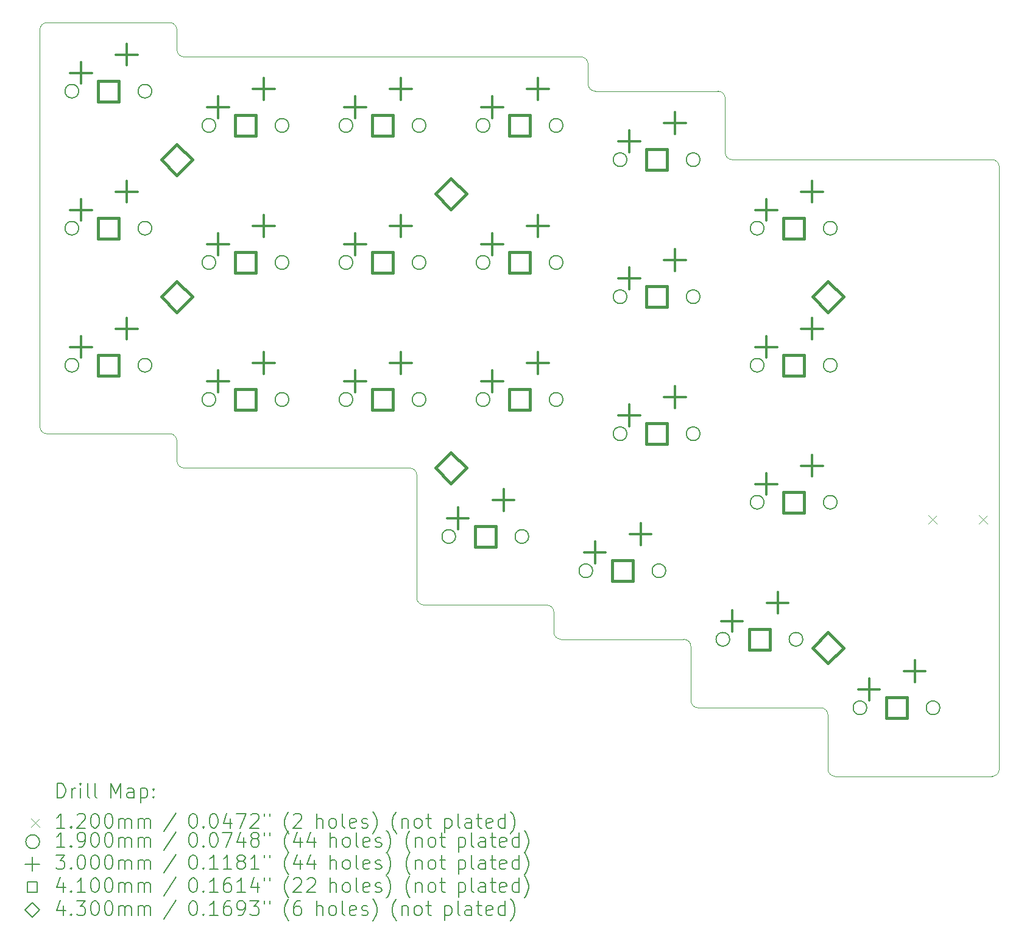
<source format=gbr>
%TF.GenerationSoftware,KiCad,Pcbnew,(7.0.0)*%
%TF.CreationDate,2023-04-23T18:47:40+09:00*%
%TF.ProjectId,mysplit44_pcb_l,6d797370-6c69-4743-9434-5f7063625f6c,rev?*%
%TF.SameCoordinates,Original*%
%TF.FileFunction,Drillmap*%
%TF.FilePolarity,Positive*%
%FSLAX45Y45*%
G04 Gerber Fmt 4.5, Leading zero omitted, Abs format (unit mm)*
G04 Created by KiCad (PCBNEW (7.0.0)) date 2023-04-23 18:47:40*
%MOMM*%
%LPD*%
G01*
G04 APERTURE LIST*
%ADD10C,0.100000*%
%ADD11C,0.200000*%
%ADD12C,0.120000*%
%ADD13C,0.190000*%
%ADD14C,0.300000*%
%ADD15C,0.410000*%
%ADD16C,0.430000*%
G04 APERTURE END LIST*
D10*
X1905005Y-7758125D02*
G75*
G03*
X2005000Y-7858125I99995J-5D01*
G01*
X3810000Y-7958125D02*
X3810000Y-8234375D01*
X10953755Y-11568125D02*
G75*
G03*
X11053750Y-11668125I99995J-5D01*
G01*
X11430000Y-3195625D02*
X11430000Y-3948125D01*
X9148750Y-10715625D02*
X10853750Y-10715625D01*
X7143745Y-10139375D02*
G75*
G03*
X7243750Y-10239375I100005J5D01*
G01*
X9048750Y-10339375D02*
X9048750Y-10615625D01*
X2005000Y-7858125D02*
X3710000Y-7858125D01*
X3910000Y-2619375D02*
X9425000Y-2619375D01*
X3710000Y-2143125D02*
X2005000Y-2143125D01*
X10953745Y-10815625D02*
G75*
G03*
X10853750Y-10715625I-99995J5D01*
G01*
X10953750Y-10815625D02*
X10953750Y-11568125D01*
X3810000Y-2243125D02*
X3810000Y-2519375D01*
X3810005Y-2243125D02*
G75*
G03*
X3710000Y-2143125I-100005J-5D01*
G01*
X9525000Y-2719375D02*
X9525000Y-2995625D01*
X15140000Y-12620620D02*
G75*
G03*
X15240000Y-12520625I10J99990D01*
G01*
X3910000Y-8334375D02*
X7043750Y-8334375D01*
X12858750Y-11768125D02*
X12858750Y-12520625D01*
X9048755Y-10615625D02*
G75*
G03*
X9148750Y-10715625I99995J-5D01*
G01*
X9625000Y-3095625D02*
X11330000Y-3095625D01*
X12858745Y-11768125D02*
G75*
G03*
X12758750Y-11668125I-99995J5D01*
G01*
X7243750Y-10239375D02*
X8948750Y-10239375D01*
X3810005Y-8234375D02*
G75*
G03*
X3910000Y-8334375I99995J-5D01*
G01*
X12858755Y-12520625D02*
G75*
G03*
X12958750Y-12620625I99995J-5D01*
G01*
X9048745Y-10339375D02*
G75*
G03*
X8948750Y-10239375I-99995J5D01*
G01*
X11530000Y-4048125D02*
X15140000Y-4048125D01*
X9525005Y-2995625D02*
G75*
G03*
X9625000Y-3095625I99995J-5D01*
G01*
X11053750Y-11668125D02*
X12758750Y-11668125D01*
X15239995Y-4148125D02*
G75*
G03*
X15140000Y-4048125I-99995J5D01*
G01*
X3810005Y-2519375D02*
G75*
G03*
X3910000Y-2619375I99995J-5D01*
G01*
X7143750Y-8434375D02*
X7143750Y-10139375D01*
X2005000Y-2143125D02*
G75*
G03*
X1905000Y-2243125I-8J-99992D01*
G01*
X11429995Y-3948125D02*
G75*
G03*
X11530000Y-4048125I100005J5D01*
G01*
X12958750Y-12620625D02*
X15140000Y-12620625D01*
X1905000Y-2243125D02*
X1905000Y-7758125D01*
X7143745Y-8434375D02*
G75*
G03*
X7043750Y-8334375I-99995J5D01*
G01*
X3810005Y-7958125D02*
G75*
G03*
X3710000Y-7858125I-100005J-5D01*
G01*
X11430005Y-3195625D02*
G75*
G03*
X11330000Y-3095625I-100005J-5D01*
G01*
X9524995Y-2719375D02*
G75*
G03*
X9425000Y-2619375I-99995J5D01*
G01*
X15240000Y-12520625D02*
X15240000Y-4148125D01*
D11*
D12*
X14255625Y-8988750D02*
X14375625Y-9108750D01*
X14375625Y-8988750D02*
X14255625Y-9108750D01*
X14955625Y-8988750D02*
X15075625Y-9108750D01*
X15075625Y-8988750D02*
X14955625Y-9108750D01*
D13*
X2444500Y-3095625D02*
G75*
G03*
X2444500Y-3095625I-95000J0D01*
G01*
X2444500Y-5000625D02*
G75*
G03*
X2444500Y-5000625I-95000J0D01*
G01*
X2444500Y-6905625D02*
G75*
G03*
X2444500Y-6905625I-95000J0D01*
G01*
X3460500Y-3095625D02*
G75*
G03*
X3460500Y-3095625I-95000J0D01*
G01*
X3460500Y-5000625D02*
G75*
G03*
X3460500Y-5000625I-95000J0D01*
G01*
X3460500Y-6905625D02*
G75*
G03*
X3460500Y-6905625I-95000J0D01*
G01*
X4349500Y-3571875D02*
G75*
G03*
X4349500Y-3571875I-95000J0D01*
G01*
X4349500Y-5476875D02*
G75*
G03*
X4349500Y-5476875I-95000J0D01*
G01*
X4349500Y-7381875D02*
G75*
G03*
X4349500Y-7381875I-95000J0D01*
G01*
X5365500Y-3571875D02*
G75*
G03*
X5365500Y-3571875I-95000J0D01*
G01*
X5365500Y-5476875D02*
G75*
G03*
X5365500Y-5476875I-95000J0D01*
G01*
X5365500Y-7381875D02*
G75*
G03*
X5365500Y-7381875I-95000J0D01*
G01*
X6254500Y-3571875D02*
G75*
G03*
X6254500Y-3571875I-95000J0D01*
G01*
X6254500Y-5476875D02*
G75*
G03*
X6254500Y-5476875I-95000J0D01*
G01*
X6254500Y-7381875D02*
G75*
G03*
X6254500Y-7381875I-95000J0D01*
G01*
X7270500Y-3571875D02*
G75*
G03*
X7270500Y-3571875I-95000J0D01*
G01*
X7270500Y-5476875D02*
G75*
G03*
X7270500Y-5476875I-95000J0D01*
G01*
X7270500Y-7381875D02*
G75*
G03*
X7270500Y-7381875I-95000J0D01*
G01*
X7683250Y-9286875D02*
G75*
G03*
X7683250Y-9286875I-95000J0D01*
G01*
X8159500Y-3571875D02*
G75*
G03*
X8159500Y-3571875I-95000J0D01*
G01*
X8159500Y-5476875D02*
G75*
G03*
X8159500Y-5476875I-95000J0D01*
G01*
X8159500Y-7381875D02*
G75*
G03*
X8159500Y-7381875I-95000J0D01*
G01*
X8699250Y-9286875D02*
G75*
G03*
X8699250Y-9286875I-95000J0D01*
G01*
X9175500Y-3571875D02*
G75*
G03*
X9175500Y-3571875I-95000J0D01*
G01*
X9175500Y-5476875D02*
G75*
G03*
X9175500Y-5476875I-95000J0D01*
G01*
X9175500Y-7381875D02*
G75*
G03*
X9175500Y-7381875I-95000J0D01*
G01*
X9588250Y-9763125D02*
G75*
G03*
X9588250Y-9763125I-95000J0D01*
G01*
X10064500Y-4048125D02*
G75*
G03*
X10064500Y-4048125I-95000J0D01*
G01*
X10064500Y-5953125D02*
G75*
G03*
X10064500Y-5953125I-95000J0D01*
G01*
X10064500Y-7858125D02*
G75*
G03*
X10064500Y-7858125I-95000J0D01*
G01*
X10604250Y-9763125D02*
G75*
G03*
X10604250Y-9763125I-95000J0D01*
G01*
X11080500Y-4048125D02*
G75*
G03*
X11080500Y-4048125I-95000J0D01*
G01*
X11080500Y-5953125D02*
G75*
G03*
X11080500Y-5953125I-95000J0D01*
G01*
X11080500Y-7858125D02*
G75*
G03*
X11080500Y-7858125I-95000J0D01*
G01*
X11493250Y-10715625D02*
G75*
G03*
X11493250Y-10715625I-95000J0D01*
G01*
X11969500Y-5000625D02*
G75*
G03*
X11969500Y-5000625I-95000J0D01*
G01*
X11969500Y-6905625D02*
G75*
G03*
X11969500Y-6905625I-95000J0D01*
G01*
X11969500Y-8810625D02*
G75*
G03*
X11969500Y-8810625I-95000J0D01*
G01*
X12509250Y-10715625D02*
G75*
G03*
X12509250Y-10715625I-95000J0D01*
G01*
X12985500Y-5000625D02*
G75*
G03*
X12985500Y-5000625I-95000J0D01*
G01*
X12985500Y-6905625D02*
G75*
G03*
X12985500Y-6905625I-95000J0D01*
G01*
X12985500Y-8810625D02*
G75*
G03*
X12985500Y-8810625I-95000J0D01*
G01*
X13398250Y-11668125D02*
G75*
G03*
X13398250Y-11668125I-95000J0D01*
G01*
X14414250Y-11668125D02*
G75*
G03*
X14414250Y-11668125I-95000J0D01*
G01*
D14*
X2476500Y-2691625D02*
X2476500Y-2991625D01*
X2326500Y-2841625D02*
X2626500Y-2841625D01*
X2476500Y-4596625D02*
X2476500Y-4896625D01*
X2326500Y-4746625D02*
X2626500Y-4746625D01*
X2476500Y-6501625D02*
X2476500Y-6801625D01*
X2326500Y-6651625D02*
X2626500Y-6651625D01*
X3111500Y-2437625D02*
X3111500Y-2737625D01*
X2961500Y-2587625D02*
X3261500Y-2587625D01*
X3111500Y-4342625D02*
X3111500Y-4642625D01*
X2961500Y-4492625D02*
X3261500Y-4492625D01*
X3111500Y-6247625D02*
X3111500Y-6547625D01*
X2961500Y-6397625D02*
X3261500Y-6397625D01*
X4381500Y-3167875D02*
X4381500Y-3467875D01*
X4231500Y-3317875D02*
X4531500Y-3317875D01*
X4381500Y-5072875D02*
X4381500Y-5372875D01*
X4231500Y-5222875D02*
X4531500Y-5222875D01*
X4381500Y-6977875D02*
X4381500Y-7277875D01*
X4231500Y-7127875D02*
X4531500Y-7127875D01*
X5016500Y-2913875D02*
X5016500Y-3213875D01*
X4866500Y-3063875D02*
X5166500Y-3063875D01*
X5016500Y-4818875D02*
X5016500Y-5118875D01*
X4866500Y-4968875D02*
X5166500Y-4968875D01*
X5016500Y-6723875D02*
X5016500Y-7023875D01*
X4866500Y-6873875D02*
X5166500Y-6873875D01*
X6286500Y-3167875D02*
X6286500Y-3467875D01*
X6136500Y-3317875D02*
X6436500Y-3317875D01*
X6286500Y-5072875D02*
X6286500Y-5372875D01*
X6136500Y-5222875D02*
X6436500Y-5222875D01*
X6286500Y-6977875D02*
X6286500Y-7277875D01*
X6136500Y-7127875D02*
X6436500Y-7127875D01*
X6921500Y-2913875D02*
X6921500Y-3213875D01*
X6771500Y-3063875D02*
X7071500Y-3063875D01*
X6921500Y-4818875D02*
X6921500Y-5118875D01*
X6771500Y-4968875D02*
X7071500Y-4968875D01*
X6921500Y-6723875D02*
X6921500Y-7023875D01*
X6771500Y-6873875D02*
X7071500Y-6873875D01*
X7715250Y-8882875D02*
X7715250Y-9182875D01*
X7565250Y-9032875D02*
X7865250Y-9032875D01*
X8191500Y-3167875D02*
X8191500Y-3467875D01*
X8041500Y-3317875D02*
X8341500Y-3317875D01*
X8191500Y-5072875D02*
X8191500Y-5372875D01*
X8041500Y-5222875D02*
X8341500Y-5222875D01*
X8191500Y-6977875D02*
X8191500Y-7277875D01*
X8041500Y-7127875D02*
X8341500Y-7127875D01*
X8350250Y-8628875D02*
X8350250Y-8928875D01*
X8200250Y-8778875D02*
X8500250Y-8778875D01*
X8826500Y-2913875D02*
X8826500Y-3213875D01*
X8676500Y-3063875D02*
X8976500Y-3063875D01*
X8826500Y-4818875D02*
X8826500Y-5118875D01*
X8676500Y-4968875D02*
X8976500Y-4968875D01*
X8826500Y-6723875D02*
X8826500Y-7023875D01*
X8676500Y-6873875D02*
X8976500Y-6873875D01*
X9620250Y-9359125D02*
X9620250Y-9659125D01*
X9470250Y-9509125D02*
X9770250Y-9509125D01*
X10096500Y-3644125D02*
X10096500Y-3944125D01*
X9946500Y-3794125D02*
X10246500Y-3794125D01*
X10096500Y-5549125D02*
X10096500Y-5849125D01*
X9946500Y-5699125D02*
X10246500Y-5699125D01*
X10096500Y-7454125D02*
X10096500Y-7754125D01*
X9946500Y-7604125D02*
X10246500Y-7604125D01*
X10255250Y-9105125D02*
X10255250Y-9405125D01*
X10105250Y-9255125D02*
X10405250Y-9255125D01*
X10731500Y-3390125D02*
X10731500Y-3690125D01*
X10581500Y-3540125D02*
X10881500Y-3540125D01*
X10731500Y-5295125D02*
X10731500Y-5595125D01*
X10581500Y-5445125D02*
X10881500Y-5445125D01*
X10731500Y-7200125D02*
X10731500Y-7500125D01*
X10581500Y-7350125D02*
X10881500Y-7350125D01*
X11525250Y-10311625D02*
X11525250Y-10611625D01*
X11375250Y-10461625D02*
X11675250Y-10461625D01*
X12001500Y-4596625D02*
X12001500Y-4896625D01*
X11851500Y-4746625D02*
X12151500Y-4746625D01*
X12001500Y-6501625D02*
X12001500Y-6801625D01*
X11851500Y-6651625D02*
X12151500Y-6651625D01*
X12001500Y-8406625D02*
X12001500Y-8706625D01*
X11851500Y-8556625D02*
X12151500Y-8556625D01*
X12160250Y-10057625D02*
X12160250Y-10357625D01*
X12010250Y-10207625D02*
X12310250Y-10207625D01*
X12636500Y-4342625D02*
X12636500Y-4642625D01*
X12486500Y-4492625D02*
X12786500Y-4492625D01*
X12636500Y-6247625D02*
X12636500Y-6547625D01*
X12486500Y-6397625D02*
X12786500Y-6397625D01*
X12636500Y-8152625D02*
X12636500Y-8452625D01*
X12486500Y-8302625D02*
X12786500Y-8302625D01*
X13430250Y-11264125D02*
X13430250Y-11564125D01*
X13280250Y-11414125D02*
X13580250Y-11414125D01*
X14065250Y-11010125D02*
X14065250Y-11310125D01*
X13915250Y-11160125D02*
X14215250Y-11160125D01*
D15*
X3002458Y-3240583D02*
X3002458Y-2950667D01*
X2712542Y-2950667D01*
X2712542Y-3240583D01*
X3002458Y-3240583D01*
X3002458Y-5145583D02*
X3002458Y-4855667D01*
X2712542Y-4855667D01*
X2712542Y-5145583D01*
X3002458Y-5145583D01*
X3002458Y-7050583D02*
X3002458Y-6760667D01*
X2712542Y-6760667D01*
X2712542Y-7050583D01*
X3002458Y-7050583D01*
X4907458Y-3716833D02*
X4907458Y-3426917D01*
X4617542Y-3426917D01*
X4617542Y-3716833D01*
X4907458Y-3716833D01*
X4907458Y-5621833D02*
X4907458Y-5331917D01*
X4617542Y-5331917D01*
X4617542Y-5621833D01*
X4907458Y-5621833D01*
X4907458Y-7526833D02*
X4907458Y-7236917D01*
X4617542Y-7236917D01*
X4617542Y-7526833D01*
X4907458Y-7526833D01*
X6812458Y-3716833D02*
X6812458Y-3426917D01*
X6522542Y-3426917D01*
X6522542Y-3716833D01*
X6812458Y-3716833D01*
X6812458Y-5621833D02*
X6812458Y-5331917D01*
X6522542Y-5331917D01*
X6522542Y-5621833D01*
X6812458Y-5621833D01*
X6812458Y-7526833D02*
X6812458Y-7236917D01*
X6522542Y-7236917D01*
X6522542Y-7526833D01*
X6812458Y-7526833D01*
X8241208Y-9431833D02*
X8241208Y-9141917D01*
X7951292Y-9141917D01*
X7951292Y-9431833D01*
X8241208Y-9431833D01*
X8717458Y-3716833D02*
X8717458Y-3426917D01*
X8427542Y-3426917D01*
X8427542Y-3716833D01*
X8717458Y-3716833D01*
X8717458Y-5621833D02*
X8717458Y-5331917D01*
X8427542Y-5331917D01*
X8427542Y-5621833D01*
X8717458Y-5621833D01*
X8717458Y-7526833D02*
X8717458Y-7236917D01*
X8427542Y-7236917D01*
X8427542Y-7526833D01*
X8717458Y-7526833D01*
X10146208Y-9908083D02*
X10146208Y-9618167D01*
X9856292Y-9618167D01*
X9856292Y-9908083D01*
X10146208Y-9908083D01*
X10622458Y-4193083D02*
X10622458Y-3903167D01*
X10332542Y-3903167D01*
X10332542Y-4193083D01*
X10622458Y-4193083D01*
X10622458Y-6098083D02*
X10622458Y-5808167D01*
X10332542Y-5808167D01*
X10332542Y-6098083D01*
X10622458Y-6098083D01*
X10622458Y-8003083D02*
X10622458Y-7713167D01*
X10332542Y-7713167D01*
X10332542Y-8003083D01*
X10622458Y-8003083D01*
X12051208Y-10860583D02*
X12051208Y-10570667D01*
X11761292Y-10570667D01*
X11761292Y-10860583D01*
X12051208Y-10860583D01*
X12527458Y-5145583D02*
X12527458Y-4855667D01*
X12237542Y-4855667D01*
X12237542Y-5145583D01*
X12527458Y-5145583D01*
X12527458Y-7050583D02*
X12527458Y-6760667D01*
X12237542Y-6760667D01*
X12237542Y-7050583D01*
X12527458Y-7050583D01*
X12527458Y-8955583D02*
X12527458Y-8665667D01*
X12237542Y-8665667D01*
X12237542Y-8955583D01*
X12527458Y-8955583D01*
X13956208Y-11813083D02*
X13956208Y-11523167D01*
X13666292Y-11523167D01*
X13666292Y-11813083D01*
X13956208Y-11813083D01*
D16*
X3810000Y-4263125D02*
X4025000Y-4048125D01*
X3810000Y-3833125D01*
X3595000Y-4048125D01*
X3810000Y-4263125D01*
X3810000Y-6168125D02*
X4025000Y-5953125D01*
X3810000Y-5738125D01*
X3595000Y-5953125D01*
X3810000Y-6168125D01*
X7620000Y-4739375D02*
X7835000Y-4524375D01*
X7620000Y-4309375D01*
X7405000Y-4524375D01*
X7620000Y-4739375D01*
X7620000Y-8549375D02*
X7835000Y-8334375D01*
X7620000Y-8119375D01*
X7405000Y-8334375D01*
X7620000Y-8549375D01*
X12858750Y-6168125D02*
X13073750Y-5953125D01*
X12858750Y-5738125D01*
X12643750Y-5953125D01*
X12858750Y-6168125D01*
X12858750Y-11049688D02*
X13073750Y-10834688D01*
X12858750Y-10619688D01*
X12643750Y-10834688D01*
X12858750Y-11049688D01*
D11*
X2147619Y-12919101D02*
X2147619Y-12719101D01*
X2147619Y-12719101D02*
X2195238Y-12719101D01*
X2195238Y-12719101D02*
X2223810Y-12728625D01*
X2223810Y-12728625D02*
X2242857Y-12747673D01*
X2242857Y-12747673D02*
X2252381Y-12766720D01*
X2252381Y-12766720D02*
X2261905Y-12804815D01*
X2261905Y-12804815D02*
X2261905Y-12833387D01*
X2261905Y-12833387D02*
X2252381Y-12871482D01*
X2252381Y-12871482D02*
X2242857Y-12890530D01*
X2242857Y-12890530D02*
X2223810Y-12909577D01*
X2223810Y-12909577D02*
X2195238Y-12919101D01*
X2195238Y-12919101D02*
X2147619Y-12919101D01*
X2347619Y-12919101D02*
X2347619Y-12785768D01*
X2347619Y-12823863D02*
X2357143Y-12804815D01*
X2357143Y-12804815D02*
X2366667Y-12795292D01*
X2366667Y-12795292D02*
X2385714Y-12785768D01*
X2385714Y-12785768D02*
X2404762Y-12785768D01*
X2471429Y-12919101D02*
X2471429Y-12785768D01*
X2471429Y-12719101D02*
X2461905Y-12728625D01*
X2461905Y-12728625D02*
X2471429Y-12738149D01*
X2471429Y-12738149D02*
X2480952Y-12728625D01*
X2480952Y-12728625D02*
X2471429Y-12719101D01*
X2471429Y-12719101D02*
X2471429Y-12738149D01*
X2595238Y-12919101D02*
X2576190Y-12909577D01*
X2576190Y-12909577D02*
X2566667Y-12890530D01*
X2566667Y-12890530D02*
X2566667Y-12719101D01*
X2700000Y-12919101D02*
X2680952Y-12909577D01*
X2680952Y-12909577D02*
X2671429Y-12890530D01*
X2671429Y-12890530D02*
X2671429Y-12719101D01*
X2896190Y-12919101D02*
X2896190Y-12719101D01*
X2896190Y-12719101D02*
X2962857Y-12861958D01*
X2962857Y-12861958D02*
X3029524Y-12719101D01*
X3029524Y-12719101D02*
X3029524Y-12919101D01*
X3210476Y-12919101D02*
X3210476Y-12814339D01*
X3210476Y-12814339D02*
X3200952Y-12795292D01*
X3200952Y-12795292D02*
X3181905Y-12785768D01*
X3181905Y-12785768D02*
X3143809Y-12785768D01*
X3143809Y-12785768D02*
X3124762Y-12795292D01*
X3210476Y-12909577D02*
X3191428Y-12919101D01*
X3191428Y-12919101D02*
X3143809Y-12919101D01*
X3143809Y-12919101D02*
X3124762Y-12909577D01*
X3124762Y-12909577D02*
X3115238Y-12890530D01*
X3115238Y-12890530D02*
X3115238Y-12871482D01*
X3115238Y-12871482D02*
X3124762Y-12852434D01*
X3124762Y-12852434D02*
X3143809Y-12842911D01*
X3143809Y-12842911D02*
X3191428Y-12842911D01*
X3191428Y-12842911D02*
X3210476Y-12833387D01*
X3305714Y-12785768D02*
X3305714Y-12985768D01*
X3305714Y-12795292D02*
X3324762Y-12785768D01*
X3324762Y-12785768D02*
X3362857Y-12785768D01*
X3362857Y-12785768D02*
X3381905Y-12795292D01*
X3381905Y-12795292D02*
X3391428Y-12804815D01*
X3391428Y-12804815D02*
X3400952Y-12823863D01*
X3400952Y-12823863D02*
X3400952Y-12881006D01*
X3400952Y-12881006D02*
X3391428Y-12900053D01*
X3391428Y-12900053D02*
X3381905Y-12909577D01*
X3381905Y-12909577D02*
X3362857Y-12919101D01*
X3362857Y-12919101D02*
X3324762Y-12919101D01*
X3324762Y-12919101D02*
X3305714Y-12909577D01*
X3486667Y-12900053D02*
X3496190Y-12909577D01*
X3496190Y-12909577D02*
X3486667Y-12919101D01*
X3486667Y-12919101D02*
X3477143Y-12909577D01*
X3477143Y-12909577D02*
X3486667Y-12900053D01*
X3486667Y-12900053D02*
X3486667Y-12919101D01*
X3486667Y-12795292D02*
X3496190Y-12804815D01*
X3496190Y-12804815D02*
X3486667Y-12814339D01*
X3486667Y-12814339D02*
X3477143Y-12804815D01*
X3477143Y-12804815D02*
X3486667Y-12795292D01*
X3486667Y-12795292D02*
X3486667Y-12814339D01*
D12*
X1780000Y-13205625D02*
X1900000Y-13325625D01*
X1900000Y-13205625D02*
X1780000Y-13325625D01*
D11*
X2252381Y-13339101D02*
X2138095Y-13339101D01*
X2195238Y-13339101D02*
X2195238Y-13139101D01*
X2195238Y-13139101D02*
X2176190Y-13167673D01*
X2176190Y-13167673D02*
X2157143Y-13186720D01*
X2157143Y-13186720D02*
X2138095Y-13196244D01*
X2338095Y-13320053D02*
X2347619Y-13329577D01*
X2347619Y-13329577D02*
X2338095Y-13339101D01*
X2338095Y-13339101D02*
X2328571Y-13329577D01*
X2328571Y-13329577D02*
X2338095Y-13320053D01*
X2338095Y-13320053D02*
X2338095Y-13339101D01*
X2423810Y-13158149D02*
X2433333Y-13148625D01*
X2433333Y-13148625D02*
X2452381Y-13139101D01*
X2452381Y-13139101D02*
X2500000Y-13139101D01*
X2500000Y-13139101D02*
X2519048Y-13148625D01*
X2519048Y-13148625D02*
X2528571Y-13158149D01*
X2528571Y-13158149D02*
X2538095Y-13177196D01*
X2538095Y-13177196D02*
X2538095Y-13196244D01*
X2538095Y-13196244D02*
X2528571Y-13224815D01*
X2528571Y-13224815D02*
X2414286Y-13339101D01*
X2414286Y-13339101D02*
X2538095Y-13339101D01*
X2661905Y-13139101D02*
X2680952Y-13139101D01*
X2680952Y-13139101D02*
X2700000Y-13148625D01*
X2700000Y-13148625D02*
X2709524Y-13158149D01*
X2709524Y-13158149D02*
X2719048Y-13177196D01*
X2719048Y-13177196D02*
X2728571Y-13215292D01*
X2728571Y-13215292D02*
X2728571Y-13262911D01*
X2728571Y-13262911D02*
X2719048Y-13301006D01*
X2719048Y-13301006D02*
X2709524Y-13320053D01*
X2709524Y-13320053D02*
X2700000Y-13329577D01*
X2700000Y-13329577D02*
X2680952Y-13339101D01*
X2680952Y-13339101D02*
X2661905Y-13339101D01*
X2661905Y-13339101D02*
X2642857Y-13329577D01*
X2642857Y-13329577D02*
X2633333Y-13320053D01*
X2633333Y-13320053D02*
X2623810Y-13301006D01*
X2623810Y-13301006D02*
X2614286Y-13262911D01*
X2614286Y-13262911D02*
X2614286Y-13215292D01*
X2614286Y-13215292D02*
X2623810Y-13177196D01*
X2623810Y-13177196D02*
X2633333Y-13158149D01*
X2633333Y-13158149D02*
X2642857Y-13148625D01*
X2642857Y-13148625D02*
X2661905Y-13139101D01*
X2852381Y-13139101D02*
X2871429Y-13139101D01*
X2871429Y-13139101D02*
X2890476Y-13148625D01*
X2890476Y-13148625D02*
X2900000Y-13158149D01*
X2900000Y-13158149D02*
X2909524Y-13177196D01*
X2909524Y-13177196D02*
X2919048Y-13215292D01*
X2919048Y-13215292D02*
X2919048Y-13262911D01*
X2919048Y-13262911D02*
X2909524Y-13301006D01*
X2909524Y-13301006D02*
X2900000Y-13320053D01*
X2900000Y-13320053D02*
X2890476Y-13329577D01*
X2890476Y-13329577D02*
X2871429Y-13339101D01*
X2871429Y-13339101D02*
X2852381Y-13339101D01*
X2852381Y-13339101D02*
X2833333Y-13329577D01*
X2833333Y-13329577D02*
X2823809Y-13320053D01*
X2823809Y-13320053D02*
X2814286Y-13301006D01*
X2814286Y-13301006D02*
X2804762Y-13262911D01*
X2804762Y-13262911D02*
X2804762Y-13215292D01*
X2804762Y-13215292D02*
X2814286Y-13177196D01*
X2814286Y-13177196D02*
X2823809Y-13158149D01*
X2823809Y-13158149D02*
X2833333Y-13148625D01*
X2833333Y-13148625D02*
X2852381Y-13139101D01*
X3004762Y-13339101D02*
X3004762Y-13205768D01*
X3004762Y-13224815D02*
X3014286Y-13215292D01*
X3014286Y-13215292D02*
X3033333Y-13205768D01*
X3033333Y-13205768D02*
X3061905Y-13205768D01*
X3061905Y-13205768D02*
X3080952Y-13215292D01*
X3080952Y-13215292D02*
X3090476Y-13234339D01*
X3090476Y-13234339D02*
X3090476Y-13339101D01*
X3090476Y-13234339D02*
X3100000Y-13215292D01*
X3100000Y-13215292D02*
X3119048Y-13205768D01*
X3119048Y-13205768D02*
X3147619Y-13205768D01*
X3147619Y-13205768D02*
X3166667Y-13215292D01*
X3166667Y-13215292D02*
X3176190Y-13234339D01*
X3176190Y-13234339D02*
X3176190Y-13339101D01*
X3271429Y-13339101D02*
X3271429Y-13205768D01*
X3271429Y-13224815D02*
X3280952Y-13215292D01*
X3280952Y-13215292D02*
X3300000Y-13205768D01*
X3300000Y-13205768D02*
X3328571Y-13205768D01*
X3328571Y-13205768D02*
X3347619Y-13215292D01*
X3347619Y-13215292D02*
X3357143Y-13234339D01*
X3357143Y-13234339D02*
X3357143Y-13339101D01*
X3357143Y-13234339D02*
X3366667Y-13215292D01*
X3366667Y-13215292D02*
X3385714Y-13205768D01*
X3385714Y-13205768D02*
X3414286Y-13205768D01*
X3414286Y-13205768D02*
X3433333Y-13215292D01*
X3433333Y-13215292D02*
X3442857Y-13234339D01*
X3442857Y-13234339D02*
X3442857Y-13339101D01*
X3800952Y-13129577D02*
X3629524Y-13386720D01*
X4025714Y-13139101D02*
X4044762Y-13139101D01*
X4044762Y-13139101D02*
X4063810Y-13148625D01*
X4063810Y-13148625D02*
X4073333Y-13158149D01*
X4073333Y-13158149D02*
X4082857Y-13177196D01*
X4082857Y-13177196D02*
X4092381Y-13215292D01*
X4092381Y-13215292D02*
X4092381Y-13262911D01*
X4092381Y-13262911D02*
X4082857Y-13301006D01*
X4082857Y-13301006D02*
X4073333Y-13320053D01*
X4073333Y-13320053D02*
X4063810Y-13329577D01*
X4063810Y-13329577D02*
X4044762Y-13339101D01*
X4044762Y-13339101D02*
X4025714Y-13339101D01*
X4025714Y-13339101D02*
X4006667Y-13329577D01*
X4006667Y-13329577D02*
X3997143Y-13320053D01*
X3997143Y-13320053D02*
X3987619Y-13301006D01*
X3987619Y-13301006D02*
X3978095Y-13262911D01*
X3978095Y-13262911D02*
X3978095Y-13215292D01*
X3978095Y-13215292D02*
X3987619Y-13177196D01*
X3987619Y-13177196D02*
X3997143Y-13158149D01*
X3997143Y-13158149D02*
X4006667Y-13148625D01*
X4006667Y-13148625D02*
X4025714Y-13139101D01*
X4178095Y-13320053D02*
X4187619Y-13329577D01*
X4187619Y-13329577D02*
X4178095Y-13339101D01*
X4178095Y-13339101D02*
X4168571Y-13329577D01*
X4168571Y-13329577D02*
X4178095Y-13320053D01*
X4178095Y-13320053D02*
X4178095Y-13339101D01*
X4311429Y-13139101D02*
X4330476Y-13139101D01*
X4330476Y-13139101D02*
X4349524Y-13148625D01*
X4349524Y-13148625D02*
X4359048Y-13158149D01*
X4359048Y-13158149D02*
X4368572Y-13177196D01*
X4368572Y-13177196D02*
X4378095Y-13215292D01*
X4378095Y-13215292D02*
X4378095Y-13262911D01*
X4378095Y-13262911D02*
X4368572Y-13301006D01*
X4368572Y-13301006D02*
X4359048Y-13320053D01*
X4359048Y-13320053D02*
X4349524Y-13329577D01*
X4349524Y-13329577D02*
X4330476Y-13339101D01*
X4330476Y-13339101D02*
X4311429Y-13339101D01*
X4311429Y-13339101D02*
X4292381Y-13329577D01*
X4292381Y-13329577D02*
X4282857Y-13320053D01*
X4282857Y-13320053D02*
X4273333Y-13301006D01*
X4273333Y-13301006D02*
X4263810Y-13262911D01*
X4263810Y-13262911D02*
X4263810Y-13215292D01*
X4263810Y-13215292D02*
X4273333Y-13177196D01*
X4273333Y-13177196D02*
X4282857Y-13158149D01*
X4282857Y-13158149D02*
X4292381Y-13148625D01*
X4292381Y-13148625D02*
X4311429Y-13139101D01*
X4549524Y-13205768D02*
X4549524Y-13339101D01*
X4501905Y-13129577D02*
X4454286Y-13272434D01*
X4454286Y-13272434D02*
X4578095Y-13272434D01*
X4635238Y-13139101D02*
X4768572Y-13139101D01*
X4768572Y-13139101D02*
X4682857Y-13339101D01*
X4835238Y-13158149D02*
X4844762Y-13148625D01*
X4844762Y-13148625D02*
X4863810Y-13139101D01*
X4863810Y-13139101D02*
X4911429Y-13139101D01*
X4911429Y-13139101D02*
X4930476Y-13148625D01*
X4930476Y-13148625D02*
X4940000Y-13158149D01*
X4940000Y-13158149D02*
X4949524Y-13177196D01*
X4949524Y-13177196D02*
X4949524Y-13196244D01*
X4949524Y-13196244D02*
X4940000Y-13224815D01*
X4940000Y-13224815D02*
X4825714Y-13339101D01*
X4825714Y-13339101D02*
X4949524Y-13339101D01*
X5025714Y-13139101D02*
X5025714Y-13177196D01*
X5101905Y-13139101D02*
X5101905Y-13177196D01*
X5364762Y-13415292D02*
X5355238Y-13405768D01*
X5355238Y-13405768D02*
X5336191Y-13377196D01*
X5336191Y-13377196D02*
X5326667Y-13358149D01*
X5326667Y-13358149D02*
X5317143Y-13329577D01*
X5317143Y-13329577D02*
X5307619Y-13281958D01*
X5307619Y-13281958D02*
X5307619Y-13243863D01*
X5307619Y-13243863D02*
X5317143Y-13196244D01*
X5317143Y-13196244D02*
X5326667Y-13167673D01*
X5326667Y-13167673D02*
X5336191Y-13148625D01*
X5336191Y-13148625D02*
X5355238Y-13120053D01*
X5355238Y-13120053D02*
X5364762Y-13110530D01*
X5431429Y-13158149D02*
X5440953Y-13148625D01*
X5440953Y-13148625D02*
X5460000Y-13139101D01*
X5460000Y-13139101D02*
X5507619Y-13139101D01*
X5507619Y-13139101D02*
X5526667Y-13148625D01*
X5526667Y-13148625D02*
X5536191Y-13158149D01*
X5536191Y-13158149D02*
X5545714Y-13177196D01*
X5545714Y-13177196D02*
X5545714Y-13196244D01*
X5545714Y-13196244D02*
X5536191Y-13224815D01*
X5536191Y-13224815D02*
X5421905Y-13339101D01*
X5421905Y-13339101D02*
X5545714Y-13339101D01*
X5751429Y-13339101D02*
X5751429Y-13139101D01*
X5837143Y-13339101D02*
X5837143Y-13234339D01*
X5837143Y-13234339D02*
X5827619Y-13215292D01*
X5827619Y-13215292D02*
X5808572Y-13205768D01*
X5808572Y-13205768D02*
X5780000Y-13205768D01*
X5780000Y-13205768D02*
X5760952Y-13215292D01*
X5760952Y-13215292D02*
X5751429Y-13224815D01*
X5960952Y-13339101D02*
X5941905Y-13329577D01*
X5941905Y-13329577D02*
X5932381Y-13320053D01*
X5932381Y-13320053D02*
X5922857Y-13301006D01*
X5922857Y-13301006D02*
X5922857Y-13243863D01*
X5922857Y-13243863D02*
X5932381Y-13224815D01*
X5932381Y-13224815D02*
X5941905Y-13215292D01*
X5941905Y-13215292D02*
X5960952Y-13205768D01*
X5960952Y-13205768D02*
X5989524Y-13205768D01*
X5989524Y-13205768D02*
X6008572Y-13215292D01*
X6008572Y-13215292D02*
X6018095Y-13224815D01*
X6018095Y-13224815D02*
X6027619Y-13243863D01*
X6027619Y-13243863D02*
X6027619Y-13301006D01*
X6027619Y-13301006D02*
X6018095Y-13320053D01*
X6018095Y-13320053D02*
X6008572Y-13329577D01*
X6008572Y-13329577D02*
X5989524Y-13339101D01*
X5989524Y-13339101D02*
X5960952Y-13339101D01*
X6141905Y-13339101D02*
X6122857Y-13329577D01*
X6122857Y-13329577D02*
X6113333Y-13310530D01*
X6113333Y-13310530D02*
X6113333Y-13139101D01*
X6294286Y-13329577D02*
X6275238Y-13339101D01*
X6275238Y-13339101D02*
X6237143Y-13339101D01*
X6237143Y-13339101D02*
X6218095Y-13329577D01*
X6218095Y-13329577D02*
X6208572Y-13310530D01*
X6208572Y-13310530D02*
X6208572Y-13234339D01*
X6208572Y-13234339D02*
X6218095Y-13215292D01*
X6218095Y-13215292D02*
X6237143Y-13205768D01*
X6237143Y-13205768D02*
X6275238Y-13205768D01*
X6275238Y-13205768D02*
X6294286Y-13215292D01*
X6294286Y-13215292D02*
X6303810Y-13234339D01*
X6303810Y-13234339D02*
X6303810Y-13253387D01*
X6303810Y-13253387D02*
X6208572Y-13272434D01*
X6380000Y-13329577D02*
X6399048Y-13339101D01*
X6399048Y-13339101D02*
X6437143Y-13339101D01*
X6437143Y-13339101D02*
X6456191Y-13329577D01*
X6456191Y-13329577D02*
X6465714Y-13310530D01*
X6465714Y-13310530D02*
X6465714Y-13301006D01*
X6465714Y-13301006D02*
X6456191Y-13281958D01*
X6456191Y-13281958D02*
X6437143Y-13272434D01*
X6437143Y-13272434D02*
X6408572Y-13272434D01*
X6408572Y-13272434D02*
X6389524Y-13262911D01*
X6389524Y-13262911D02*
X6380000Y-13243863D01*
X6380000Y-13243863D02*
X6380000Y-13234339D01*
X6380000Y-13234339D02*
X6389524Y-13215292D01*
X6389524Y-13215292D02*
X6408572Y-13205768D01*
X6408572Y-13205768D02*
X6437143Y-13205768D01*
X6437143Y-13205768D02*
X6456191Y-13215292D01*
X6532381Y-13415292D02*
X6541905Y-13405768D01*
X6541905Y-13405768D02*
X6560953Y-13377196D01*
X6560953Y-13377196D02*
X6570476Y-13358149D01*
X6570476Y-13358149D02*
X6580000Y-13329577D01*
X6580000Y-13329577D02*
X6589524Y-13281958D01*
X6589524Y-13281958D02*
X6589524Y-13243863D01*
X6589524Y-13243863D02*
X6580000Y-13196244D01*
X6580000Y-13196244D02*
X6570476Y-13167673D01*
X6570476Y-13167673D02*
X6560953Y-13148625D01*
X6560953Y-13148625D02*
X6541905Y-13120053D01*
X6541905Y-13120053D02*
X6532381Y-13110530D01*
X6861905Y-13415292D02*
X6852381Y-13405768D01*
X6852381Y-13405768D02*
X6833333Y-13377196D01*
X6833333Y-13377196D02*
X6823810Y-13358149D01*
X6823810Y-13358149D02*
X6814286Y-13329577D01*
X6814286Y-13329577D02*
X6804762Y-13281958D01*
X6804762Y-13281958D02*
X6804762Y-13243863D01*
X6804762Y-13243863D02*
X6814286Y-13196244D01*
X6814286Y-13196244D02*
X6823810Y-13167673D01*
X6823810Y-13167673D02*
X6833333Y-13148625D01*
X6833333Y-13148625D02*
X6852381Y-13120053D01*
X6852381Y-13120053D02*
X6861905Y-13110530D01*
X6938095Y-13205768D02*
X6938095Y-13339101D01*
X6938095Y-13224815D02*
X6947619Y-13215292D01*
X6947619Y-13215292D02*
X6966667Y-13205768D01*
X6966667Y-13205768D02*
X6995238Y-13205768D01*
X6995238Y-13205768D02*
X7014286Y-13215292D01*
X7014286Y-13215292D02*
X7023810Y-13234339D01*
X7023810Y-13234339D02*
X7023810Y-13339101D01*
X7147619Y-13339101D02*
X7128572Y-13329577D01*
X7128572Y-13329577D02*
X7119048Y-13320053D01*
X7119048Y-13320053D02*
X7109524Y-13301006D01*
X7109524Y-13301006D02*
X7109524Y-13243863D01*
X7109524Y-13243863D02*
X7119048Y-13224815D01*
X7119048Y-13224815D02*
X7128572Y-13215292D01*
X7128572Y-13215292D02*
X7147619Y-13205768D01*
X7147619Y-13205768D02*
X7176191Y-13205768D01*
X7176191Y-13205768D02*
X7195238Y-13215292D01*
X7195238Y-13215292D02*
X7204762Y-13224815D01*
X7204762Y-13224815D02*
X7214286Y-13243863D01*
X7214286Y-13243863D02*
X7214286Y-13301006D01*
X7214286Y-13301006D02*
X7204762Y-13320053D01*
X7204762Y-13320053D02*
X7195238Y-13329577D01*
X7195238Y-13329577D02*
X7176191Y-13339101D01*
X7176191Y-13339101D02*
X7147619Y-13339101D01*
X7271429Y-13205768D02*
X7347619Y-13205768D01*
X7300000Y-13139101D02*
X7300000Y-13310530D01*
X7300000Y-13310530D02*
X7309524Y-13329577D01*
X7309524Y-13329577D02*
X7328572Y-13339101D01*
X7328572Y-13339101D02*
X7347619Y-13339101D01*
X7534286Y-13205768D02*
X7534286Y-13405768D01*
X7534286Y-13215292D02*
X7553333Y-13205768D01*
X7553333Y-13205768D02*
X7591429Y-13205768D01*
X7591429Y-13205768D02*
X7610476Y-13215292D01*
X7610476Y-13215292D02*
X7620000Y-13224815D01*
X7620000Y-13224815D02*
X7629524Y-13243863D01*
X7629524Y-13243863D02*
X7629524Y-13301006D01*
X7629524Y-13301006D02*
X7620000Y-13320053D01*
X7620000Y-13320053D02*
X7610476Y-13329577D01*
X7610476Y-13329577D02*
X7591429Y-13339101D01*
X7591429Y-13339101D02*
X7553333Y-13339101D01*
X7553333Y-13339101D02*
X7534286Y-13329577D01*
X7743810Y-13339101D02*
X7724762Y-13329577D01*
X7724762Y-13329577D02*
X7715238Y-13310530D01*
X7715238Y-13310530D02*
X7715238Y-13139101D01*
X7905714Y-13339101D02*
X7905714Y-13234339D01*
X7905714Y-13234339D02*
X7896191Y-13215292D01*
X7896191Y-13215292D02*
X7877143Y-13205768D01*
X7877143Y-13205768D02*
X7839048Y-13205768D01*
X7839048Y-13205768D02*
X7820000Y-13215292D01*
X7905714Y-13329577D02*
X7886667Y-13339101D01*
X7886667Y-13339101D02*
X7839048Y-13339101D01*
X7839048Y-13339101D02*
X7820000Y-13329577D01*
X7820000Y-13329577D02*
X7810476Y-13310530D01*
X7810476Y-13310530D02*
X7810476Y-13291482D01*
X7810476Y-13291482D02*
X7820000Y-13272434D01*
X7820000Y-13272434D02*
X7839048Y-13262911D01*
X7839048Y-13262911D02*
X7886667Y-13262911D01*
X7886667Y-13262911D02*
X7905714Y-13253387D01*
X7972381Y-13205768D02*
X8048572Y-13205768D01*
X8000953Y-13139101D02*
X8000953Y-13310530D01*
X8000953Y-13310530D02*
X8010476Y-13329577D01*
X8010476Y-13329577D02*
X8029524Y-13339101D01*
X8029524Y-13339101D02*
X8048572Y-13339101D01*
X8191429Y-13329577D02*
X8172381Y-13339101D01*
X8172381Y-13339101D02*
X8134286Y-13339101D01*
X8134286Y-13339101D02*
X8115238Y-13329577D01*
X8115238Y-13329577D02*
X8105714Y-13310530D01*
X8105714Y-13310530D02*
X8105714Y-13234339D01*
X8105714Y-13234339D02*
X8115238Y-13215292D01*
X8115238Y-13215292D02*
X8134286Y-13205768D01*
X8134286Y-13205768D02*
X8172381Y-13205768D01*
X8172381Y-13205768D02*
X8191429Y-13215292D01*
X8191429Y-13215292D02*
X8200953Y-13234339D01*
X8200953Y-13234339D02*
X8200953Y-13253387D01*
X8200953Y-13253387D02*
X8105714Y-13272434D01*
X8372381Y-13339101D02*
X8372381Y-13139101D01*
X8372381Y-13329577D02*
X8353334Y-13339101D01*
X8353334Y-13339101D02*
X8315238Y-13339101D01*
X8315238Y-13339101D02*
X8296191Y-13329577D01*
X8296191Y-13329577D02*
X8286667Y-13320053D01*
X8286667Y-13320053D02*
X8277143Y-13301006D01*
X8277143Y-13301006D02*
X8277143Y-13243863D01*
X8277143Y-13243863D02*
X8286667Y-13224815D01*
X8286667Y-13224815D02*
X8296191Y-13215292D01*
X8296191Y-13215292D02*
X8315238Y-13205768D01*
X8315238Y-13205768D02*
X8353334Y-13205768D01*
X8353334Y-13205768D02*
X8372381Y-13215292D01*
X8448572Y-13415292D02*
X8458096Y-13405768D01*
X8458096Y-13405768D02*
X8477143Y-13377196D01*
X8477143Y-13377196D02*
X8486667Y-13358149D01*
X8486667Y-13358149D02*
X8496191Y-13329577D01*
X8496191Y-13329577D02*
X8505715Y-13281958D01*
X8505715Y-13281958D02*
X8505715Y-13243863D01*
X8505715Y-13243863D02*
X8496191Y-13196244D01*
X8496191Y-13196244D02*
X8486667Y-13167673D01*
X8486667Y-13167673D02*
X8477143Y-13148625D01*
X8477143Y-13148625D02*
X8458096Y-13120053D01*
X8458096Y-13120053D02*
X8448572Y-13110530D01*
D13*
X1900000Y-13529625D02*
G75*
G03*
X1900000Y-13529625I-95000J0D01*
G01*
D11*
X2252381Y-13603101D02*
X2138095Y-13603101D01*
X2195238Y-13603101D02*
X2195238Y-13403101D01*
X2195238Y-13403101D02*
X2176190Y-13431673D01*
X2176190Y-13431673D02*
X2157143Y-13450720D01*
X2157143Y-13450720D02*
X2138095Y-13460244D01*
X2338095Y-13584053D02*
X2347619Y-13593577D01*
X2347619Y-13593577D02*
X2338095Y-13603101D01*
X2338095Y-13603101D02*
X2328571Y-13593577D01*
X2328571Y-13593577D02*
X2338095Y-13584053D01*
X2338095Y-13584053D02*
X2338095Y-13603101D01*
X2442857Y-13603101D02*
X2480952Y-13603101D01*
X2480952Y-13603101D02*
X2500000Y-13593577D01*
X2500000Y-13593577D02*
X2509524Y-13584053D01*
X2509524Y-13584053D02*
X2528571Y-13555482D01*
X2528571Y-13555482D02*
X2538095Y-13517387D01*
X2538095Y-13517387D02*
X2538095Y-13441196D01*
X2538095Y-13441196D02*
X2528571Y-13422149D01*
X2528571Y-13422149D02*
X2519048Y-13412625D01*
X2519048Y-13412625D02*
X2500000Y-13403101D01*
X2500000Y-13403101D02*
X2461905Y-13403101D01*
X2461905Y-13403101D02*
X2442857Y-13412625D01*
X2442857Y-13412625D02*
X2433333Y-13422149D01*
X2433333Y-13422149D02*
X2423810Y-13441196D01*
X2423810Y-13441196D02*
X2423810Y-13488815D01*
X2423810Y-13488815D02*
X2433333Y-13507863D01*
X2433333Y-13507863D02*
X2442857Y-13517387D01*
X2442857Y-13517387D02*
X2461905Y-13526911D01*
X2461905Y-13526911D02*
X2500000Y-13526911D01*
X2500000Y-13526911D02*
X2519048Y-13517387D01*
X2519048Y-13517387D02*
X2528571Y-13507863D01*
X2528571Y-13507863D02*
X2538095Y-13488815D01*
X2661905Y-13403101D02*
X2680952Y-13403101D01*
X2680952Y-13403101D02*
X2700000Y-13412625D01*
X2700000Y-13412625D02*
X2709524Y-13422149D01*
X2709524Y-13422149D02*
X2719048Y-13441196D01*
X2719048Y-13441196D02*
X2728571Y-13479292D01*
X2728571Y-13479292D02*
X2728571Y-13526911D01*
X2728571Y-13526911D02*
X2719048Y-13565006D01*
X2719048Y-13565006D02*
X2709524Y-13584053D01*
X2709524Y-13584053D02*
X2700000Y-13593577D01*
X2700000Y-13593577D02*
X2680952Y-13603101D01*
X2680952Y-13603101D02*
X2661905Y-13603101D01*
X2661905Y-13603101D02*
X2642857Y-13593577D01*
X2642857Y-13593577D02*
X2633333Y-13584053D01*
X2633333Y-13584053D02*
X2623810Y-13565006D01*
X2623810Y-13565006D02*
X2614286Y-13526911D01*
X2614286Y-13526911D02*
X2614286Y-13479292D01*
X2614286Y-13479292D02*
X2623810Y-13441196D01*
X2623810Y-13441196D02*
X2633333Y-13422149D01*
X2633333Y-13422149D02*
X2642857Y-13412625D01*
X2642857Y-13412625D02*
X2661905Y-13403101D01*
X2852381Y-13403101D02*
X2871429Y-13403101D01*
X2871429Y-13403101D02*
X2890476Y-13412625D01*
X2890476Y-13412625D02*
X2900000Y-13422149D01*
X2900000Y-13422149D02*
X2909524Y-13441196D01*
X2909524Y-13441196D02*
X2919048Y-13479292D01*
X2919048Y-13479292D02*
X2919048Y-13526911D01*
X2919048Y-13526911D02*
X2909524Y-13565006D01*
X2909524Y-13565006D02*
X2900000Y-13584053D01*
X2900000Y-13584053D02*
X2890476Y-13593577D01*
X2890476Y-13593577D02*
X2871429Y-13603101D01*
X2871429Y-13603101D02*
X2852381Y-13603101D01*
X2852381Y-13603101D02*
X2833333Y-13593577D01*
X2833333Y-13593577D02*
X2823809Y-13584053D01*
X2823809Y-13584053D02*
X2814286Y-13565006D01*
X2814286Y-13565006D02*
X2804762Y-13526911D01*
X2804762Y-13526911D02*
X2804762Y-13479292D01*
X2804762Y-13479292D02*
X2814286Y-13441196D01*
X2814286Y-13441196D02*
X2823809Y-13422149D01*
X2823809Y-13422149D02*
X2833333Y-13412625D01*
X2833333Y-13412625D02*
X2852381Y-13403101D01*
X3004762Y-13603101D02*
X3004762Y-13469768D01*
X3004762Y-13488815D02*
X3014286Y-13479292D01*
X3014286Y-13479292D02*
X3033333Y-13469768D01*
X3033333Y-13469768D02*
X3061905Y-13469768D01*
X3061905Y-13469768D02*
X3080952Y-13479292D01*
X3080952Y-13479292D02*
X3090476Y-13498339D01*
X3090476Y-13498339D02*
X3090476Y-13603101D01*
X3090476Y-13498339D02*
X3100000Y-13479292D01*
X3100000Y-13479292D02*
X3119048Y-13469768D01*
X3119048Y-13469768D02*
X3147619Y-13469768D01*
X3147619Y-13469768D02*
X3166667Y-13479292D01*
X3166667Y-13479292D02*
X3176190Y-13498339D01*
X3176190Y-13498339D02*
X3176190Y-13603101D01*
X3271429Y-13603101D02*
X3271429Y-13469768D01*
X3271429Y-13488815D02*
X3280952Y-13479292D01*
X3280952Y-13479292D02*
X3300000Y-13469768D01*
X3300000Y-13469768D02*
X3328571Y-13469768D01*
X3328571Y-13469768D02*
X3347619Y-13479292D01*
X3347619Y-13479292D02*
X3357143Y-13498339D01*
X3357143Y-13498339D02*
X3357143Y-13603101D01*
X3357143Y-13498339D02*
X3366667Y-13479292D01*
X3366667Y-13479292D02*
X3385714Y-13469768D01*
X3385714Y-13469768D02*
X3414286Y-13469768D01*
X3414286Y-13469768D02*
X3433333Y-13479292D01*
X3433333Y-13479292D02*
X3442857Y-13498339D01*
X3442857Y-13498339D02*
X3442857Y-13603101D01*
X3800952Y-13393577D02*
X3629524Y-13650720D01*
X4025714Y-13403101D02*
X4044762Y-13403101D01*
X4044762Y-13403101D02*
X4063810Y-13412625D01*
X4063810Y-13412625D02*
X4073333Y-13422149D01*
X4073333Y-13422149D02*
X4082857Y-13441196D01*
X4082857Y-13441196D02*
X4092381Y-13479292D01*
X4092381Y-13479292D02*
X4092381Y-13526911D01*
X4092381Y-13526911D02*
X4082857Y-13565006D01*
X4082857Y-13565006D02*
X4073333Y-13584053D01*
X4073333Y-13584053D02*
X4063810Y-13593577D01*
X4063810Y-13593577D02*
X4044762Y-13603101D01*
X4044762Y-13603101D02*
X4025714Y-13603101D01*
X4025714Y-13603101D02*
X4006667Y-13593577D01*
X4006667Y-13593577D02*
X3997143Y-13584053D01*
X3997143Y-13584053D02*
X3987619Y-13565006D01*
X3987619Y-13565006D02*
X3978095Y-13526911D01*
X3978095Y-13526911D02*
X3978095Y-13479292D01*
X3978095Y-13479292D02*
X3987619Y-13441196D01*
X3987619Y-13441196D02*
X3997143Y-13422149D01*
X3997143Y-13422149D02*
X4006667Y-13412625D01*
X4006667Y-13412625D02*
X4025714Y-13403101D01*
X4178095Y-13584053D02*
X4187619Y-13593577D01*
X4187619Y-13593577D02*
X4178095Y-13603101D01*
X4178095Y-13603101D02*
X4168571Y-13593577D01*
X4168571Y-13593577D02*
X4178095Y-13584053D01*
X4178095Y-13584053D02*
X4178095Y-13603101D01*
X4311429Y-13403101D02*
X4330476Y-13403101D01*
X4330476Y-13403101D02*
X4349524Y-13412625D01*
X4349524Y-13412625D02*
X4359048Y-13422149D01*
X4359048Y-13422149D02*
X4368572Y-13441196D01*
X4368572Y-13441196D02*
X4378095Y-13479292D01*
X4378095Y-13479292D02*
X4378095Y-13526911D01*
X4378095Y-13526911D02*
X4368572Y-13565006D01*
X4368572Y-13565006D02*
X4359048Y-13584053D01*
X4359048Y-13584053D02*
X4349524Y-13593577D01*
X4349524Y-13593577D02*
X4330476Y-13603101D01*
X4330476Y-13603101D02*
X4311429Y-13603101D01*
X4311429Y-13603101D02*
X4292381Y-13593577D01*
X4292381Y-13593577D02*
X4282857Y-13584053D01*
X4282857Y-13584053D02*
X4273333Y-13565006D01*
X4273333Y-13565006D02*
X4263810Y-13526911D01*
X4263810Y-13526911D02*
X4263810Y-13479292D01*
X4263810Y-13479292D02*
X4273333Y-13441196D01*
X4273333Y-13441196D02*
X4282857Y-13422149D01*
X4282857Y-13422149D02*
X4292381Y-13412625D01*
X4292381Y-13412625D02*
X4311429Y-13403101D01*
X4444762Y-13403101D02*
X4578095Y-13403101D01*
X4578095Y-13403101D02*
X4492381Y-13603101D01*
X4740000Y-13469768D02*
X4740000Y-13603101D01*
X4692381Y-13393577D02*
X4644762Y-13536434D01*
X4644762Y-13536434D02*
X4768572Y-13536434D01*
X4873333Y-13488815D02*
X4854286Y-13479292D01*
X4854286Y-13479292D02*
X4844762Y-13469768D01*
X4844762Y-13469768D02*
X4835238Y-13450720D01*
X4835238Y-13450720D02*
X4835238Y-13441196D01*
X4835238Y-13441196D02*
X4844762Y-13422149D01*
X4844762Y-13422149D02*
X4854286Y-13412625D01*
X4854286Y-13412625D02*
X4873333Y-13403101D01*
X4873333Y-13403101D02*
X4911429Y-13403101D01*
X4911429Y-13403101D02*
X4930476Y-13412625D01*
X4930476Y-13412625D02*
X4940000Y-13422149D01*
X4940000Y-13422149D02*
X4949524Y-13441196D01*
X4949524Y-13441196D02*
X4949524Y-13450720D01*
X4949524Y-13450720D02*
X4940000Y-13469768D01*
X4940000Y-13469768D02*
X4930476Y-13479292D01*
X4930476Y-13479292D02*
X4911429Y-13488815D01*
X4911429Y-13488815D02*
X4873333Y-13488815D01*
X4873333Y-13488815D02*
X4854286Y-13498339D01*
X4854286Y-13498339D02*
X4844762Y-13507863D01*
X4844762Y-13507863D02*
X4835238Y-13526911D01*
X4835238Y-13526911D02*
X4835238Y-13565006D01*
X4835238Y-13565006D02*
X4844762Y-13584053D01*
X4844762Y-13584053D02*
X4854286Y-13593577D01*
X4854286Y-13593577D02*
X4873333Y-13603101D01*
X4873333Y-13603101D02*
X4911429Y-13603101D01*
X4911429Y-13603101D02*
X4930476Y-13593577D01*
X4930476Y-13593577D02*
X4940000Y-13584053D01*
X4940000Y-13584053D02*
X4949524Y-13565006D01*
X4949524Y-13565006D02*
X4949524Y-13526911D01*
X4949524Y-13526911D02*
X4940000Y-13507863D01*
X4940000Y-13507863D02*
X4930476Y-13498339D01*
X4930476Y-13498339D02*
X4911429Y-13488815D01*
X5025714Y-13403101D02*
X5025714Y-13441196D01*
X5101905Y-13403101D02*
X5101905Y-13441196D01*
X5364762Y-13679292D02*
X5355238Y-13669768D01*
X5355238Y-13669768D02*
X5336191Y-13641196D01*
X5336191Y-13641196D02*
X5326667Y-13622149D01*
X5326667Y-13622149D02*
X5317143Y-13593577D01*
X5317143Y-13593577D02*
X5307619Y-13545958D01*
X5307619Y-13545958D02*
X5307619Y-13507863D01*
X5307619Y-13507863D02*
X5317143Y-13460244D01*
X5317143Y-13460244D02*
X5326667Y-13431673D01*
X5326667Y-13431673D02*
X5336191Y-13412625D01*
X5336191Y-13412625D02*
X5355238Y-13384053D01*
X5355238Y-13384053D02*
X5364762Y-13374530D01*
X5526667Y-13469768D02*
X5526667Y-13603101D01*
X5479048Y-13393577D02*
X5431429Y-13536434D01*
X5431429Y-13536434D02*
X5555238Y-13536434D01*
X5717143Y-13469768D02*
X5717143Y-13603101D01*
X5669524Y-13393577D02*
X5621905Y-13536434D01*
X5621905Y-13536434D02*
X5745714Y-13536434D01*
X5941905Y-13603101D02*
X5941905Y-13403101D01*
X6027619Y-13603101D02*
X6027619Y-13498339D01*
X6027619Y-13498339D02*
X6018095Y-13479292D01*
X6018095Y-13479292D02*
X5999048Y-13469768D01*
X5999048Y-13469768D02*
X5970476Y-13469768D01*
X5970476Y-13469768D02*
X5951429Y-13479292D01*
X5951429Y-13479292D02*
X5941905Y-13488815D01*
X6151429Y-13603101D02*
X6132381Y-13593577D01*
X6132381Y-13593577D02*
X6122857Y-13584053D01*
X6122857Y-13584053D02*
X6113333Y-13565006D01*
X6113333Y-13565006D02*
X6113333Y-13507863D01*
X6113333Y-13507863D02*
X6122857Y-13488815D01*
X6122857Y-13488815D02*
X6132381Y-13479292D01*
X6132381Y-13479292D02*
X6151429Y-13469768D01*
X6151429Y-13469768D02*
X6180000Y-13469768D01*
X6180000Y-13469768D02*
X6199048Y-13479292D01*
X6199048Y-13479292D02*
X6208572Y-13488815D01*
X6208572Y-13488815D02*
X6218095Y-13507863D01*
X6218095Y-13507863D02*
X6218095Y-13565006D01*
X6218095Y-13565006D02*
X6208572Y-13584053D01*
X6208572Y-13584053D02*
X6199048Y-13593577D01*
X6199048Y-13593577D02*
X6180000Y-13603101D01*
X6180000Y-13603101D02*
X6151429Y-13603101D01*
X6332381Y-13603101D02*
X6313333Y-13593577D01*
X6313333Y-13593577D02*
X6303810Y-13574530D01*
X6303810Y-13574530D02*
X6303810Y-13403101D01*
X6484762Y-13593577D02*
X6465714Y-13603101D01*
X6465714Y-13603101D02*
X6427619Y-13603101D01*
X6427619Y-13603101D02*
X6408572Y-13593577D01*
X6408572Y-13593577D02*
X6399048Y-13574530D01*
X6399048Y-13574530D02*
X6399048Y-13498339D01*
X6399048Y-13498339D02*
X6408572Y-13479292D01*
X6408572Y-13479292D02*
X6427619Y-13469768D01*
X6427619Y-13469768D02*
X6465714Y-13469768D01*
X6465714Y-13469768D02*
X6484762Y-13479292D01*
X6484762Y-13479292D02*
X6494286Y-13498339D01*
X6494286Y-13498339D02*
X6494286Y-13517387D01*
X6494286Y-13517387D02*
X6399048Y-13536434D01*
X6570476Y-13593577D02*
X6589524Y-13603101D01*
X6589524Y-13603101D02*
X6627619Y-13603101D01*
X6627619Y-13603101D02*
X6646667Y-13593577D01*
X6646667Y-13593577D02*
X6656191Y-13574530D01*
X6656191Y-13574530D02*
X6656191Y-13565006D01*
X6656191Y-13565006D02*
X6646667Y-13545958D01*
X6646667Y-13545958D02*
X6627619Y-13536434D01*
X6627619Y-13536434D02*
X6599048Y-13536434D01*
X6599048Y-13536434D02*
X6580000Y-13526911D01*
X6580000Y-13526911D02*
X6570476Y-13507863D01*
X6570476Y-13507863D02*
X6570476Y-13498339D01*
X6570476Y-13498339D02*
X6580000Y-13479292D01*
X6580000Y-13479292D02*
X6599048Y-13469768D01*
X6599048Y-13469768D02*
X6627619Y-13469768D01*
X6627619Y-13469768D02*
X6646667Y-13479292D01*
X6722857Y-13679292D02*
X6732381Y-13669768D01*
X6732381Y-13669768D02*
X6751429Y-13641196D01*
X6751429Y-13641196D02*
X6760953Y-13622149D01*
X6760953Y-13622149D02*
X6770476Y-13593577D01*
X6770476Y-13593577D02*
X6780000Y-13545958D01*
X6780000Y-13545958D02*
X6780000Y-13507863D01*
X6780000Y-13507863D02*
X6770476Y-13460244D01*
X6770476Y-13460244D02*
X6760953Y-13431673D01*
X6760953Y-13431673D02*
X6751429Y-13412625D01*
X6751429Y-13412625D02*
X6732381Y-13384053D01*
X6732381Y-13384053D02*
X6722857Y-13374530D01*
X7052381Y-13679292D02*
X7042857Y-13669768D01*
X7042857Y-13669768D02*
X7023810Y-13641196D01*
X7023810Y-13641196D02*
X7014286Y-13622149D01*
X7014286Y-13622149D02*
X7004762Y-13593577D01*
X7004762Y-13593577D02*
X6995238Y-13545958D01*
X6995238Y-13545958D02*
X6995238Y-13507863D01*
X6995238Y-13507863D02*
X7004762Y-13460244D01*
X7004762Y-13460244D02*
X7014286Y-13431673D01*
X7014286Y-13431673D02*
X7023810Y-13412625D01*
X7023810Y-13412625D02*
X7042857Y-13384053D01*
X7042857Y-13384053D02*
X7052381Y-13374530D01*
X7128572Y-13469768D02*
X7128572Y-13603101D01*
X7128572Y-13488815D02*
X7138095Y-13479292D01*
X7138095Y-13479292D02*
X7157143Y-13469768D01*
X7157143Y-13469768D02*
X7185714Y-13469768D01*
X7185714Y-13469768D02*
X7204762Y-13479292D01*
X7204762Y-13479292D02*
X7214286Y-13498339D01*
X7214286Y-13498339D02*
X7214286Y-13603101D01*
X7338095Y-13603101D02*
X7319048Y-13593577D01*
X7319048Y-13593577D02*
X7309524Y-13584053D01*
X7309524Y-13584053D02*
X7300000Y-13565006D01*
X7300000Y-13565006D02*
X7300000Y-13507863D01*
X7300000Y-13507863D02*
X7309524Y-13488815D01*
X7309524Y-13488815D02*
X7319048Y-13479292D01*
X7319048Y-13479292D02*
X7338095Y-13469768D01*
X7338095Y-13469768D02*
X7366667Y-13469768D01*
X7366667Y-13469768D02*
X7385714Y-13479292D01*
X7385714Y-13479292D02*
X7395238Y-13488815D01*
X7395238Y-13488815D02*
X7404762Y-13507863D01*
X7404762Y-13507863D02*
X7404762Y-13565006D01*
X7404762Y-13565006D02*
X7395238Y-13584053D01*
X7395238Y-13584053D02*
X7385714Y-13593577D01*
X7385714Y-13593577D02*
X7366667Y-13603101D01*
X7366667Y-13603101D02*
X7338095Y-13603101D01*
X7461905Y-13469768D02*
X7538095Y-13469768D01*
X7490476Y-13403101D02*
X7490476Y-13574530D01*
X7490476Y-13574530D02*
X7500000Y-13593577D01*
X7500000Y-13593577D02*
X7519048Y-13603101D01*
X7519048Y-13603101D02*
X7538095Y-13603101D01*
X7724762Y-13469768D02*
X7724762Y-13669768D01*
X7724762Y-13479292D02*
X7743810Y-13469768D01*
X7743810Y-13469768D02*
X7781905Y-13469768D01*
X7781905Y-13469768D02*
X7800953Y-13479292D01*
X7800953Y-13479292D02*
X7810476Y-13488815D01*
X7810476Y-13488815D02*
X7820000Y-13507863D01*
X7820000Y-13507863D02*
X7820000Y-13565006D01*
X7820000Y-13565006D02*
X7810476Y-13584053D01*
X7810476Y-13584053D02*
X7800953Y-13593577D01*
X7800953Y-13593577D02*
X7781905Y-13603101D01*
X7781905Y-13603101D02*
X7743810Y-13603101D01*
X7743810Y-13603101D02*
X7724762Y-13593577D01*
X7934286Y-13603101D02*
X7915238Y-13593577D01*
X7915238Y-13593577D02*
X7905714Y-13574530D01*
X7905714Y-13574530D02*
X7905714Y-13403101D01*
X8096191Y-13603101D02*
X8096191Y-13498339D01*
X8096191Y-13498339D02*
X8086667Y-13479292D01*
X8086667Y-13479292D02*
X8067619Y-13469768D01*
X8067619Y-13469768D02*
X8029524Y-13469768D01*
X8029524Y-13469768D02*
X8010476Y-13479292D01*
X8096191Y-13593577D02*
X8077143Y-13603101D01*
X8077143Y-13603101D02*
X8029524Y-13603101D01*
X8029524Y-13603101D02*
X8010476Y-13593577D01*
X8010476Y-13593577D02*
X8000953Y-13574530D01*
X8000953Y-13574530D02*
X8000953Y-13555482D01*
X8000953Y-13555482D02*
X8010476Y-13536434D01*
X8010476Y-13536434D02*
X8029524Y-13526911D01*
X8029524Y-13526911D02*
X8077143Y-13526911D01*
X8077143Y-13526911D02*
X8096191Y-13517387D01*
X8162857Y-13469768D02*
X8239048Y-13469768D01*
X8191429Y-13403101D02*
X8191429Y-13574530D01*
X8191429Y-13574530D02*
X8200953Y-13593577D01*
X8200953Y-13593577D02*
X8220000Y-13603101D01*
X8220000Y-13603101D02*
X8239048Y-13603101D01*
X8381905Y-13593577D02*
X8362857Y-13603101D01*
X8362857Y-13603101D02*
X8324762Y-13603101D01*
X8324762Y-13603101D02*
X8305714Y-13593577D01*
X8305714Y-13593577D02*
X8296191Y-13574530D01*
X8296191Y-13574530D02*
X8296191Y-13498339D01*
X8296191Y-13498339D02*
X8305714Y-13479292D01*
X8305714Y-13479292D02*
X8324762Y-13469768D01*
X8324762Y-13469768D02*
X8362857Y-13469768D01*
X8362857Y-13469768D02*
X8381905Y-13479292D01*
X8381905Y-13479292D02*
X8391429Y-13498339D01*
X8391429Y-13498339D02*
X8391429Y-13517387D01*
X8391429Y-13517387D02*
X8296191Y-13536434D01*
X8562857Y-13603101D02*
X8562857Y-13403101D01*
X8562857Y-13593577D02*
X8543810Y-13603101D01*
X8543810Y-13603101D02*
X8505715Y-13603101D01*
X8505715Y-13603101D02*
X8486667Y-13593577D01*
X8486667Y-13593577D02*
X8477143Y-13584053D01*
X8477143Y-13584053D02*
X8467619Y-13565006D01*
X8467619Y-13565006D02*
X8467619Y-13507863D01*
X8467619Y-13507863D02*
X8477143Y-13488815D01*
X8477143Y-13488815D02*
X8486667Y-13479292D01*
X8486667Y-13479292D02*
X8505715Y-13469768D01*
X8505715Y-13469768D02*
X8543810Y-13469768D01*
X8543810Y-13469768D02*
X8562857Y-13479292D01*
X8639048Y-13679292D02*
X8648572Y-13669768D01*
X8648572Y-13669768D02*
X8667619Y-13641196D01*
X8667619Y-13641196D02*
X8677143Y-13622149D01*
X8677143Y-13622149D02*
X8686667Y-13593577D01*
X8686667Y-13593577D02*
X8696191Y-13545958D01*
X8696191Y-13545958D02*
X8696191Y-13507863D01*
X8696191Y-13507863D02*
X8686667Y-13460244D01*
X8686667Y-13460244D02*
X8677143Y-13431673D01*
X8677143Y-13431673D02*
X8667619Y-13412625D01*
X8667619Y-13412625D02*
X8648572Y-13384053D01*
X8648572Y-13384053D02*
X8639048Y-13374530D01*
X1800000Y-13739625D02*
X1800000Y-13939625D01*
X1700000Y-13839625D02*
X1900000Y-13839625D01*
X2128571Y-13713101D02*
X2252381Y-13713101D01*
X2252381Y-13713101D02*
X2185714Y-13789292D01*
X2185714Y-13789292D02*
X2214286Y-13789292D01*
X2214286Y-13789292D02*
X2233333Y-13798815D01*
X2233333Y-13798815D02*
X2242857Y-13808339D01*
X2242857Y-13808339D02*
X2252381Y-13827387D01*
X2252381Y-13827387D02*
X2252381Y-13875006D01*
X2252381Y-13875006D02*
X2242857Y-13894053D01*
X2242857Y-13894053D02*
X2233333Y-13903577D01*
X2233333Y-13903577D02*
X2214286Y-13913101D01*
X2214286Y-13913101D02*
X2157143Y-13913101D01*
X2157143Y-13913101D02*
X2138095Y-13903577D01*
X2138095Y-13903577D02*
X2128571Y-13894053D01*
X2338095Y-13894053D02*
X2347619Y-13903577D01*
X2347619Y-13903577D02*
X2338095Y-13913101D01*
X2338095Y-13913101D02*
X2328571Y-13903577D01*
X2328571Y-13903577D02*
X2338095Y-13894053D01*
X2338095Y-13894053D02*
X2338095Y-13913101D01*
X2471429Y-13713101D02*
X2490476Y-13713101D01*
X2490476Y-13713101D02*
X2509524Y-13722625D01*
X2509524Y-13722625D02*
X2519048Y-13732149D01*
X2519048Y-13732149D02*
X2528571Y-13751196D01*
X2528571Y-13751196D02*
X2538095Y-13789292D01*
X2538095Y-13789292D02*
X2538095Y-13836911D01*
X2538095Y-13836911D02*
X2528571Y-13875006D01*
X2528571Y-13875006D02*
X2519048Y-13894053D01*
X2519048Y-13894053D02*
X2509524Y-13903577D01*
X2509524Y-13903577D02*
X2490476Y-13913101D01*
X2490476Y-13913101D02*
X2471429Y-13913101D01*
X2471429Y-13913101D02*
X2452381Y-13903577D01*
X2452381Y-13903577D02*
X2442857Y-13894053D01*
X2442857Y-13894053D02*
X2433333Y-13875006D01*
X2433333Y-13875006D02*
X2423810Y-13836911D01*
X2423810Y-13836911D02*
X2423810Y-13789292D01*
X2423810Y-13789292D02*
X2433333Y-13751196D01*
X2433333Y-13751196D02*
X2442857Y-13732149D01*
X2442857Y-13732149D02*
X2452381Y-13722625D01*
X2452381Y-13722625D02*
X2471429Y-13713101D01*
X2661905Y-13713101D02*
X2680952Y-13713101D01*
X2680952Y-13713101D02*
X2700000Y-13722625D01*
X2700000Y-13722625D02*
X2709524Y-13732149D01*
X2709524Y-13732149D02*
X2719048Y-13751196D01*
X2719048Y-13751196D02*
X2728571Y-13789292D01*
X2728571Y-13789292D02*
X2728571Y-13836911D01*
X2728571Y-13836911D02*
X2719048Y-13875006D01*
X2719048Y-13875006D02*
X2709524Y-13894053D01*
X2709524Y-13894053D02*
X2700000Y-13903577D01*
X2700000Y-13903577D02*
X2680952Y-13913101D01*
X2680952Y-13913101D02*
X2661905Y-13913101D01*
X2661905Y-13913101D02*
X2642857Y-13903577D01*
X2642857Y-13903577D02*
X2633333Y-13894053D01*
X2633333Y-13894053D02*
X2623810Y-13875006D01*
X2623810Y-13875006D02*
X2614286Y-13836911D01*
X2614286Y-13836911D02*
X2614286Y-13789292D01*
X2614286Y-13789292D02*
X2623810Y-13751196D01*
X2623810Y-13751196D02*
X2633333Y-13732149D01*
X2633333Y-13732149D02*
X2642857Y-13722625D01*
X2642857Y-13722625D02*
X2661905Y-13713101D01*
X2852381Y-13713101D02*
X2871429Y-13713101D01*
X2871429Y-13713101D02*
X2890476Y-13722625D01*
X2890476Y-13722625D02*
X2900000Y-13732149D01*
X2900000Y-13732149D02*
X2909524Y-13751196D01*
X2909524Y-13751196D02*
X2919048Y-13789292D01*
X2919048Y-13789292D02*
X2919048Y-13836911D01*
X2919048Y-13836911D02*
X2909524Y-13875006D01*
X2909524Y-13875006D02*
X2900000Y-13894053D01*
X2900000Y-13894053D02*
X2890476Y-13903577D01*
X2890476Y-13903577D02*
X2871429Y-13913101D01*
X2871429Y-13913101D02*
X2852381Y-13913101D01*
X2852381Y-13913101D02*
X2833333Y-13903577D01*
X2833333Y-13903577D02*
X2823809Y-13894053D01*
X2823809Y-13894053D02*
X2814286Y-13875006D01*
X2814286Y-13875006D02*
X2804762Y-13836911D01*
X2804762Y-13836911D02*
X2804762Y-13789292D01*
X2804762Y-13789292D02*
X2814286Y-13751196D01*
X2814286Y-13751196D02*
X2823809Y-13732149D01*
X2823809Y-13732149D02*
X2833333Y-13722625D01*
X2833333Y-13722625D02*
X2852381Y-13713101D01*
X3004762Y-13913101D02*
X3004762Y-13779768D01*
X3004762Y-13798815D02*
X3014286Y-13789292D01*
X3014286Y-13789292D02*
X3033333Y-13779768D01*
X3033333Y-13779768D02*
X3061905Y-13779768D01*
X3061905Y-13779768D02*
X3080952Y-13789292D01*
X3080952Y-13789292D02*
X3090476Y-13808339D01*
X3090476Y-13808339D02*
X3090476Y-13913101D01*
X3090476Y-13808339D02*
X3100000Y-13789292D01*
X3100000Y-13789292D02*
X3119048Y-13779768D01*
X3119048Y-13779768D02*
X3147619Y-13779768D01*
X3147619Y-13779768D02*
X3166667Y-13789292D01*
X3166667Y-13789292D02*
X3176190Y-13808339D01*
X3176190Y-13808339D02*
X3176190Y-13913101D01*
X3271429Y-13913101D02*
X3271429Y-13779768D01*
X3271429Y-13798815D02*
X3280952Y-13789292D01*
X3280952Y-13789292D02*
X3300000Y-13779768D01*
X3300000Y-13779768D02*
X3328571Y-13779768D01*
X3328571Y-13779768D02*
X3347619Y-13789292D01*
X3347619Y-13789292D02*
X3357143Y-13808339D01*
X3357143Y-13808339D02*
X3357143Y-13913101D01*
X3357143Y-13808339D02*
X3366667Y-13789292D01*
X3366667Y-13789292D02*
X3385714Y-13779768D01*
X3385714Y-13779768D02*
X3414286Y-13779768D01*
X3414286Y-13779768D02*
X3433333Y-13789292D01*
X3433333Y-13789292D02*
X3442857Y-13808339D01*
X3442857Y-13808339D02*
X3442857Y-13913101D01*
X3800952Y-13703577D02*
X3629524Y-13960720D01*
X4025714Y-13713101D02*
X4044762Y-13713101D01*
X4044762Y-13713101D02*
X4063810Y-13722625D01*
X4063810Y-13722625D02*
X4073333Y-13732149D01*
X4073333Y-13732149D02*
X4082857Y-13751196D01*
X4082857Y-13751196D02*
X4092381Y-13789292D01*
X4092381Y-13789292D02*
X4092381Y-13836911D01*
X4092381Y-13836911D02*
X4082857Y-13875006D01*
X4082857Y-13875006D02*
X4073333Y-13894053D01*
X4073333Y-13894053D02*
X4063810Y-13903577D01*
X4063810Y-13903577D02*
X4044762Y-13913101D01*
X4044762Y-13913101D02*
X4025714Y-13913101D01*
X4025714Y-13913101D02*
X4006667Y-13903577D01*
X4006667Y-13903577D02*
X3997143Y-13894053D01*
X3997143Y-13894053D02*
X3987619Y-13875006D01*
X3987619Y-13875006D02*
X3978095Y-13836911D01*
X3978095Y-13836911D02*
X3978095Y-13789292D01*
X3978095Y-13789292D02*
X3987619Y-13751196D01*
X3987619Y-13751196D02*
X3997143Y-13732149D01*
X3997143Y-13732149D02*
X4006667Y-13722625D01*
X4006667Y-13722625D02*
X4025714Y-13713101D01*
X4178095Y-13894053D02*
X4187619Y-13903577D01*
X4187619Y-13903577D02*
X4178095Y-13913101D01*
X4178095Y-13913101D02*
X4168571Y-13903577D01*
X4168571Y-13903577D02*
X4178095Y-13894053D01*
X4178095Y-13894053D02*
X4178095Y-13913101D01*
X4378095Y-13913101D02*
X4263810Y-13913101D01*
X4320952Y-13913101D02*
X4320952Y-13713101D01*
X4320952Y-13713101D02*
X4301905Y-13741673D01*
X4301905Y-13741673D02*
X4282857Y-13760720D01*
X4282857Y-13760720D02*
X4263810Y-13770244D01*
X4568572Y-13913101D02*
X4454286Y-13913101D01*
X4511429Y-13913101D02*
X4511429Y-13713101D01*
X4511429Y-13713101D02*
X4492381Y-13741673D01*
X4492381Y-13741673D02*
X4473333Y-13760720D01*
X4473333Y-13760720D02*
X4454286Y-13770244D01*
X4682857Y-13798815D02*
X4663810Y-13789292D01*
X4663810Y-13789292D02*
X4654286Y-13779768D01*
X4654286Y-13779768D02*
X4644762Y-13760720D01*
X4644762Y-13760720D02*
X4644762Y-13751196D01*
X4644762Y-13751196D02*
X4654286Y-13732149D01*
X4654286Y-13732149D02*
X4663810Y-13722625D01*
X4663810Y-13722625D02*
X4682857Y-13713101D01*
X4682857Y-13713101D02*
X4720953Y-13713101D01*
X4720953Y-13713101D02*
X4740000Y-13722625D01*
X4740000Y-13722625D02*
X4749524Y-13732149D01*
X4749524Y-13732149D02*
X4759048Y-13751196D01*
X4759048Y-13751196D02*
X4759048Y-13760720D01*
X4759048Y-13760720D02*
X4749524Y-13779768D01*
X4749524Y-13779768D02*
X4740000Y-13789292D01*
X4740000Y-13789292D02*
X4720953Y-13798815D01*
X4720953Y-13798815D02*
X4682857Y-13798815D01*
X4682857Y-13798815D02*
X4663810Y-13808339D01*
X4663810Y-13808339D02*
X4654286Y-13817863D01*
X4654286Y-13817863D02*
X4644762Y-13836911D01*
X4644762Y-13836911D02*
X4644762Y-13875006D01*
X4644762Y-13875006D02*
X4654286Y-13894053D01*
X4654286Y-13894053D02*
X4663810Y-13903577D01*
X4663810Y-13903577D02*
X4682857Y-13913101D01*
X4682857Y-13913101D02*
X4720953Y-13913101D01*
X4720953Y-13913101D02*
X4740000Y-13903577D01*
X4740000Y-13903577D02*
X4749524Y-13894053D01*
X4749524Y-13894053D02*
X4759048Y-13875006D01*
X4759048Y-13875006D02*
X4759048Y-13836911D01*
X4759048Y-13836911D02*
X4749524Y-13817863D01*
X4749524Y-13817863D02*
X4740000Y-13808339D01*
X4740000Y-13808339D02*
X4720953Y-13798815D01*
X4949524Y-13913101D02*
X4835238Y-13913101D01*
X4892381Y-13913101D02*
X4892381Y-13713101D01*
X4892381Y-13713101D02*
X4873333Y-13741673D01*
X4873333Y-13741673D02*
X4854286Y-13760720D01*
X4854286Y-13760720D02*
X4835238Y-13770244D01*
X5025714Y-13713101D02*
X5025714Y-13751196D01*
X5101905Y-13713101D02*
X5101905Y-13751196D01*
X5364762Y-13989292D02*
X5355238Y-13979768D01*
X5355238Y-13979768D02*
X5336191Y-13951196D01*
X5336191Y-13951196D02*
X5326667Y-13932149D01*
X5326667Y-13932149D02*
X5317143Y-13903577D01*
X5317143Y-13903577D02*
X5307619Y-13855958D01*
X5307619Y-13855958D02*
X5307619Y-13817863D01*
X5307619Y-13817863D02*
X5317143Y-13770244D01*
X5317143Y-13770244D02*
X5326667Y-13741673D01*
X5326667Y-13741673D02*
X5336191Y-13722625D01*
X5336191Y-13722625D02*
X5355238Y-13694053D01*
X5355238Y-13694053D02*
X5364762Y-13684530D01*
X5526667Y-13779768D02*
X5526667Y-13913101D01*
X5479048Y-13703577D02*
X5431429Y-13846434D01*
X5431429Y-13846434D02*
X5555238Y-13846434D01*
X5717143Y-13779768D02*
X5717143Y-13913101D01*
X5669524Y-13703577D02*
X5621905Y-13846434D01*
X5621905Y-13846434D02*
X5745714Y-13846434D01*
X5941905Y-13913101D02*
X5941905Y-13713101D01*
X6027619Y-13913101D02*
X6027619Y-13808339D01*
X6027619Y-13808339D02*
X6018095Y-13789292D01*
X6018095Y-13789292D02*
X5999048Y-13779768D01*
X5999048Y-13779768D02*
X5970476Y-13779768D01*
X5970476Y-13779768D02*
X5951429Y-13789292D01*
X5951429Y-13789292D02*
X5941905Y-13798815D01*
X6151429Y-13913101D02*
X6132381Y-13903577D01*
X6132381Y-13903577D02*
X6122857Y-13894053D01*
X6122857Y-13894053D02*
X6113333Y-13875006D01*
X6113333Y-13875006D02*
X6113333Y-13817863D01*
X6113333Y-13817863D02*
X6122857Y-13798815D01*
X6122857Y-13798815D02*
X6132381Y-13789292D01*
X6132381Y-13789292D02*
X6151429Y-13779768D01*
X6151429Y-13779768D02*
X6180000Y-13779768D01*
X6180000Y-13779768D02*
X6199048Y-13789292D01*
X6199048Y-13789292D02*
X6208572Y-13798815D01*
X6208572Y-13798815D02*
X6218095Y-13817863D01*
X6218095Y-13817863D02*
X6218095Y-13875006D01*
X6218095Y-13875006D02*
X6208572Y-13894053D01*
X6208572Y-13894053D02*
X6199048Y-13903577D01*
X6199048Y-13903577D02*
X6180000Y-13913101D01*
X6180000Y-13913101D02*
X6151429Y-13913101D01*
X6332381Y-13913101D02*
X6313333Y-13903577D01*
X6313333Y-13903577D02*
X6303810Y-13884530D01*
X6303810Y-13884530D02*
X6303810Y-13713101D01*
X6484762Y-13903577D02*
X6465714Y-13913101D01*
X6465714Y-13913101D02*
X6427619Y-13913101D01*
X6427619Y-13913101D02*
X6408572Y-13903577D01*
X6408572Y-13903577D02*
X6399048Y-13884530D01*
X6399048Y-13884530D02*
X6399048Y-13808339D01*
X6399048Y-13808339D02*
X6408572Y-13789292D01*
X6408572Y-13789292D02*
X6427619Y-13779768D01*
X6427619Y-13779768D02*
X6465714Y-13779768D01*
X6465714Y-13779768D02*
X6484762Y-13789292D01*
X6484762Y-13789292D02*
X6494286Y-13808339D01*
X6494286Y-13808339D02*
X6494286Y-13827387D01*
X6494286Y-13827387D02*
X6399048Y-13846434D01*
X6570476Y-13903577D02*
X6589524Y-13913101D01*
X6589524Y-13913101D02*
X6627619Y-13913101D01*
X6627619Y-13913101D02*
X6646667Y-13903577D01*
X6646667Y-13903577D02*
X6656191Y-13884530D01*
X6656191Y-13884530D02*
X6656191Y-13875006D01*
X6656191Y-13875006D02*
X6646667Y-13855958D01*
X6646667Y-13855958D02*
X6627619Y-13846434D01*
X6627619Y-13846434D02*
X6599048Y-13846434D01*
X6599048Y-13846434D02*
X6580000Y-13836911D01*
X6580000Y-13836911D02*
X6570476Y-13817863D01*
X6570476Y-13817863D02*
X6570476Y-13808339D01*
X6570476Y-13808339D02*
X6580000Y-13789292D01*
X6580000Y-13789292D02*
X6599048Y-13779768D01*
X6599048Y-13779768D02*
X6627619Y-13779768D01*
X6627619Y-13779768D02*
X6646667Y-13789292D01*
X6722857Y-13989292D02*
X6732381Y-13979768D01*
X6732381Y-13979768D02*
X6751429Y-13951196D01*
X6751429Y-13951196D02*
X6760953Y-13932149D01*
X6760953Y-13932149D02*
X6770476Y-13903577D01*
X6770476Y-13903577D02*
X6780000Y-13855958D01*
X6780000Y-13855958D02*
X6780000Y-13817863D01*
X6780000Y-13817863D02*
X6770476Y-13770244D01*
X6770476Y-13770244D02*
X6760953Y-13741673D01*
X6760953Y-13741673D02*
X6751429Y-13722625D01*
X6751429Y-13722625D02*
X6732381Y-13694053D01*
X6732381Y-13694053D02*
X6722857Y-13684530D01*
X7052381Y-13989292D02*
X7042857Y-13979768D01*
X7042857Y-13979768D02*
X7023810Y-13951196D01*
X7023810Y-13951196D02*
X7014286Y-13932149D01*
X7014286Y-13932149D02*
X7004762Y-13903577D01*
X7004762Y-13903577D02*
X6995238Y-13855958D01*
X6995238Y-13855958D02*
X6995238Y-13817863D01*
X6995238Y-13817863D02*
X7004762Y-13770244D01*
X7004762Y-13770244D02*
X7014286Y-13741673D01*
X7014286Y-13741673D02*
X7023810Y-13722625D01*
X7023810Y-13722625D02*
X7042857Y-13694053D01*
X7042857Y-13694053D02*
X7052381Y-13684530D01*
X7128572Y-13779768D02*
X7128572Y-13913101D01*
X7128572Y-13798815D02*
X7138095Y-13789292D01*
X7138095Y-13789292D02*
X7157143Y-13779768D01*
X7157143Y-13779768D02*
X7185714Y-13779768D01*
X7185714Y-13779768D02*
X7204762Y-13789292D01*
X7204762Y-13789292D02*
X7214286Y-13808339D01*
X7214286Y-13808339D02*
X7214286Y-13913101D01*
X7338095Y-13913101D02*
X7319048Y-13903577D01*
X7319048Y-13903577D02*
X7309524Y-13894053D01*
X7309524Y-13894053D02*
X7300000Y-13875006D01*
X7300000Y-13875006D02*
X7300000Y-13817863D01*
X7300000Y-13817863D02*
X7309524Y-13798815D01*
X7309524Y-13798815D02*
X7319048Y-13789292D01*
X7319048Y-13789292D02*
X7338095Y-13779768D01*
X7338095Y-13779768D02*
X7366667Y-13779768D01*
X7366667Y-13779768D02*
X7385714Y-13789292D01*
X7385714Y-13789292D02*
X7395238Y-13798815D01*
X7395238Y-13798815D02*
X7404762Y-13817863D01*
X7404762Y-13817863D02*
X7404762Y-13875006D01*
X7404762Y-13875006D02*
X7395238Y-13894053D01*
X7395238Y-13894053D02*
X7385714Y-13903577D01*
X7385714Y-13903577D02*
X7366667Y-13913101D01*
X7366667Y-13913101D02*
X7338095Y-13913101D01*
X7461905Y-13779768D02*
X7538095Y-13779768D01*
X7490476Y-13713101D02*
X7490476Y-13884530D01*
X7490476Y-13884530D02*
X7500000Y-13903577D01*
X7500000Y-13903577D02*
X7519048Y-13913101D01*
X7519048Y-13913101D02*
X7538095Y-13913101D01*
X7724762Y-13779768D02*
X7724762Y-13979768D01*
X7724762Y-13789292D02*
X7743810Y-13779768D01*
X7743810Y-13779768D02*
X7781905Y-13779768D01*
X7781905Y-13779768D02*
X7800953Y-13789292D01*
X7800953Y-13789292D02*
X7810476Y-13798815D01*
X7810476Y-13798815D02*
X7820000Y-13817863D01*
X7820000Y-13817863D02*
X7820000Y-13875006D01*
X7820000Y-13875006D02*
X7810476Y-13894053D01*
X7810476Y-13894053D02*
X7800953Y-13903577D01*
X7800953Y-13903577D02*
X7781905Y-13913101D01*
X7781905Y-13913101D02*
X7743810Y-13913101D01*
X7743810Y-13913101D02*
X7724762Y-13903577D01*
X7934286Y-13913101D02*
X7915238Y-13903577D01*
X7915238Y-13903577D02*
X7905714Y-13884530D01*
X7905714Y-13884530D02*
X7905714Y-13713101D01*
X8096191Y-13913101D02*
X8096191Y-13808339D01*
X8096191Y-13808339D02*
X8086667Y-13789292D01*
X8086667Y-13789292D02*
X8067619Y-13779768D01*
X8067619Y-13779768D02*
X8029524Y-13779768D01*
X8029524Y-13779768D02*
X8010476Y-13789292D01*
X8096191Y-13903577D02*
X8077143Y-13913101D01*
X8077143Y-13913101D02*
X8029524Y-13913101D01*
X8029524Y-13913101D02*
X8010476Y-13903577D01*
X8010476Y-13903577D02*
X8000953Y-13884530D01*
X8000953Y-13884530D02*
X8000953Y-13865482D01*
X8000953Y-13865482D02*
X8010476Y-13846434D01*
X8010476Y-13846434D02*
X8029524Y-13836911D01*
X8029524Y-13836911D02*
X8077143Y-13836911D01*
X8077143Y-13836911D02*
X8096191Y-13827387D01*
X8162857Y-13779768D02*
X8239048Y-13779768D01*
X8191429Y-13713101D02*
X8191429Y-13884530D01*
X8191429Y-13884530D02*
X8200953Y-13903577D01*
X8200953Y-13903577D02*
X8220000Y-13913101D01*
X8220000Y-13913101D02*
X8239048Y-13913101D01*
X8381905Y-13903577D02*
X8362857Y-13913101D01*
X8362857Y-13913101D02*
X8324762Y-13913101D01*
X8324762Y-13913101D02*
X8305714Y-13903577D01*
X8305714Y-13903577D02*
X8296191Y-13884530D01*
X8296191Y-13884530D02*
X8296191Y-13808339D01*
X8296191Y-13808339D02*
X8305714Y-13789292D01*
X8305714Y-13789292D02*
X8324762Y-13779768D01*
X8324762Y-13779768D02*
X8362857Y-13779768D01*
X8362857Y-13779768D02*
X8381905Y-13789292D01*
X8381905Y-13789292D02*
X8391429Y-13808339D01*
X8391429Y-13808339D02*
X8391429Y-13827387D01*
X8391429Y-13827387D02*
X8296191Y-13846434D01*
X8562857Y-13913101D02*
X8562857Y-13713101D01*
X8562857Y-13903577D02*
X8543810Y-13913101D01*
X8543810Y-13913101D02*
X8505715Y-13913101D01*
X8505715Y-13913101D02*
X8486667Y-13903577D01*
X8486667Y-13903577D02*
X8477143Y-13894053D01*
X8477143Y-13894053D02*
X8467619Y-13875006D01*
X8467619Y-13875006D02*
X8467619Y-13817863D01*
X8467619Y-13817863D02*
X8477143Y-13798815D01*
X8477143Y-13798815D02*
X8486667Y-13789292D01*
X8486667Y-13789292D02*
X8505715Y-13779768D01*
X8505715Y-13779768D02*
X8543810Y-13779768D01*
X8543810Y-13779768D02*
X8562857Y-13789292D01*
X8639048Y-13989292D02*
X8648572Y-13979768D01*
X8648572Y-13979768D02*
X8667619Y-13951196D01*
X8667619Y-13951196D02*
X8677143Y-13932149D01*
X8677143Y-13932149D02*
X8686667Y-13903577D01*
X8686667Y-13903577D02*
X8696191Y-13855958D01*
X8696191Y-13855958D02*
X8696191Y-13817863D01*
X8696191Y-13817863D02*
X8686667Y-13770244D01*
X8686667Y-13770244D02*
X8677143Y-13741673D01*
X8677143Y-13741673D02*
X8667619Y-13722625D01*
X8667619Y-13722625D02*
X8648572Y-13694053D01*
X8648572Y-13694053D02*
X8639048Y-13684530D01*
X1870711Y-14230336D02*
X1870711Y-14088914D01*
X1729289Y-14088914D01*
X1729289Y-14230336D01*
X1870711Y-14230336D01*
X2233333Y-14099768D02*
X2233333Y-14233101D01*
X2185714Y-14023577D02*
X2138095Y-14166434D01*
X2138095Y-14166434D02*
X2261905Y-14166434D01*
X2338095Y-14214053D02*
X2347619Y-14223577D01*
X2347619Y-14223577D02*
X2338095Y-14233101D01*
X2338095Y-14233101D02*
X2328571Y-14223577D01*
X2328571Y-14223577D02*
X2338095Y-14214053D01*
X2338095Y-14214053D02*
X2338095Y-14233101D01*
X2538095Y-14233101D02*
X2423810Y-14233101D01*
X2480952Y-14233101D02*
X2480952Y-14033101D01*
X2480952Y-14033101D02*
X2461905Y-14061673D01*
X2461905Y-14061673D02*
X2442857Y-14080720D01*
X2442857Y-14080720D02*
X2423810Y-14090244D01*
X2661905Y-14033101D02*
X2680952Y-14033101D01*
X2680952Y-14033101D02*
X2700000Y-14042625D01*
X2700000Y-14042625D02*
X2709524Y-14052149D01*
X2709524Y-14052149D02*
X2719048Y-14071196D01*
X2719048Y-14071196D02*
X2728571Y-14109292D01*
X2728571Y-14109292D02*
X2728571Y-14156911D01*
X2728571Y-14156911D02*
X2719048Y-14195006D01*
X2719048Y-14195006D02*
X2709524Y-14214053D01*
X2709524Y-14214053D02*
X2700000Y-14223577D01*
X2700000Y-14223577D02*
X2680952Y-14233101D01*
X2680952Y-14233101D02*
X2661905Y-14233101D01*
X2661905Y-14233101D02*
X2642857Y-14223577D01*
X2642857Y-14223577D02*
X2633333Y-14214053D01*
X2633333Y-14214053D02*
X2623810Y-14195006D01*
X2623810Y-14195006D02*
X2614286Y-14156911D01*
X2614286Y-14156911D02*
X2614286Y-14109292D01*
X2614286Y-14109292D02*
X2623810Y-14071196D01*
X2623810Y-14071196D02*
X2633333Y-14052149D01*
X2633333Y-14052149D02*
X2642857Y-14042625D01*
X2642857Y-14042625D02*
X2661905Y-14033101D01*
X2852381Y-14033101D02*
X2871429Y-14033101D01*
X2871429Y-14033101D02*
X2890476Y-14042625D01*
X2890476Y-14042625D02*
X2900000Y-14052149D01*
X2900000Y-14052149D02*
X2909524Y-14071196D01*
X2909524Y-14071196D02*
X2919048Y-14109292D01*
X2919048Y-14109292D02*
X2919048Y-14156911D01*
X2919048Y-14156911D02*
X2909524Y-14195006D01*
X2909524Y-14195006D02*
X2900000Y-14214053D01*
X2900000Y-14214053D02*
X2890476Y-14223577D01*
X2890476Y-14223577D02*
X2871429Y-14233101D01*
X2871429Y-14233101D02*
X2852381Y-14233101D01*
X2852381Y-14233101D02*
X2833333Y-14223577D01*
X2833333Y-14223577D02*
X2823809Y-14214053D01*
X2823809Y-14214053D02*
X2814286Y-14195006D01*
X2814286Y-14195006D02*
X2804762Y-14156911D01*
X2804762Y-14156911D02*
X2804762Y-14109292D01*
X2804762Y-14109292D02*
X2814286Y-14071196D01*
X2814286Y-14071196D02*
X2823809Y-14052149D01*
X2823809Y-14052149D02*
X2833333Y-14042625D01*
X2833333Y-14042625D02*
X2852381Y-14033101D01*
X3004762Y-14233101D02*
X3004762Y-14099768D01*
X3004762Y-14118815D02*
X3014286Y-14109292D01*
X3014286Y-14109292D02*
X3033333Y-14099768D01*
X3033333Y-14099768D02*
X3061905Y-14099768D01*
X3061905Y-14099768D02*
X3080952Y-14109292D01*
X3080952Y-14109292D02*
X3090476Y-14128339D01*
X3090476Y-14128339D02*
X3090476Y-14233101D01*
X3090476Y-14128339D02*
X3100000Y-14109292D01*
X3100000Y-14109292D02*
X3119048Y-14099768D01*
X3119048Y-14099768D02*
X3147619Y-14099768D01*
X3147619Y-14099768D02*
X3166667Y-14109292D01*
X3166667Y-14109292D02*
X3176190Y-14128339D01*
X3176190Y-14128339D02*
X3176190Y-14233101D01*
X3271429Y-14233101D02*
X3271429Y-14099768D01*
X3271429Y-14118815D02*
X3280952Y-14109292D01*
X3280952Y-14109292D02*
X3300000Y-14099768D01*
X3300000Y-14099768D02*
X3328571Y-14099768D01*
X3328571Y-14099768D02*
X3347619Y-14109292D01*
X3347619Y-14109292D02*
X3357143Y-14128339D01*
X3357143Y-14128339D02*
X3357143Y-14233101D01*
X3357143Y-14128339D02*
X3366667Y-14109292D01*
X3366667Y-14109292D02*
X3385714Y-14099768D01*
X3385714Y-14099768D02*
X3414286Y-14099768D01*
X3414286Y-14099768D02*
X3433333Y-14109292D01*
X3433333Y-14109292D02*
X3442857Y-14128339D01*
X3442857Y-14128339D02*
X3442857Y-14233101D01*
X3800952Y-14023577D02*
X3629524Y-14280720D01*
X4025714Y-14033101D02*
X4044762Y-14033101D01*
X4044762Y-14033101D02*
X4063810Y-14042625D01*
X4063810Y-14042625D02*
X4073333Y-14052149D01*
X4073333Y-14052149D02*
X4082857Y-14071196D01*
X4082857Y-14071196D02*
X4092381Y-14109292D01*
X4092381Y-14109292D02*
X4092381Y-14156911D01*
X4092381Y-14156911D02*
X4082857Y-14195006D01*
X4082857Y-14195006D02*
X4073333Y-14214053D01*
X4073333Y-14214053D02*
X4063810Y-14223577D01*
X4063810Y-14223577D02*
X4044762Y-14233101D01*
X4044762Y-14233101D02*
X4025714Y-14233101D01*
X4025714Y-14233101D02*
X4006667Y-14223577D01*
X4006667Y-14223577D02*
X3997143Y-14214053D01*
X3997143Y-14214053D02*
X3987619Y-14195006D01*
X3987619Y-14195006D02*
X3978095Y-14156911D01*
X3978095Y-14156911D02*
X3978095Y-14109292D01*
X3978095Y-14109292D02*
X3987619Y-14071196D01*
X3987619Y-14071196D02*
X3997143Y-14052149D01*
X3997143Y-14052149D02*
X4006667Y-14042625D01*
X4006667Y-14042625D02*
X4025714Y-14033101D01*
X4178095Y-14214053D02*
X4187619Y-14223577D01*
X4187619Y-14223577D02*
X4178095Y-14233101D01*
X4178095Y-14233101D02*
X4168571Y-14223577D01*
X4168571Y-14223577D02*
X4178095Y-14214053D01*
X4178095Y-14214053D02*
X4178095Y-14233101D01*
X4378095Y-14233101D02*
X4263810Y-14233101D01*
X4320952Y-14233101D02*
X4320952Y-14033101D01*
X4320952Y-14033101D02*
X4301905Y-14061673D01*
X4301905Y-14061673D02*
X4282857Y-14080720D01*
X4282857Y-14080720D02*
X4263810Y-14090244D01*
X4549524Y-14033101D02*
X4511429Y-14033101D01*
X4511429Y-14033101D02*
X4492381Y-14042625D01*
X4492381Y-14042625D02*
X4482857Y-14052149D01*
X4482857Y-14052149D02*
X4463810Y-14080720D01*
X4463810Y-14080720D02*
X4454286Y-14118815D01*
X4454286Y-14118815D02*
X4454286Y-14195006D01*
X4454286Y-14195006D02*
X4463810Y-14214053D01*
X4463810Y-14214053D02*
X4473333Y-14223577D01*
X4473333Y-14223577D02*
X4492381Y-14233101D01*
X4492381Y-14233101D02*
X4530476Y-14233101D01*
X4530476Y-14233101D02*
X4549524Y-14223577D01*
X4549524Y-14223577D02*
X4559048Y-14214053D01*
X4559048Y-14214053D02*
X4568572Y-14195006D01*
X4568572Y-14195006D02*
X4568572Y-14147387D01*
X4568572Y-14147387D02*
X4559048Y-14128339D01*
X4559048Y-14128339D02*
X4549524Y-14118815D01*
X4549524Y-14118815D02*
X4530476Y-14109292D01*
X4530476Y-14109292D02*
X4492381Y-14109292D01*
X4492381Y-14109292D02*
X4473333Y-14118815D01*
X4473333Y-14118815D02*
X4463810Y-14128339D01*
X4463810Y-14128339D02*
X4454286Y-14147387D01*
X4759048Y-14233101D02*
X4644762Y-14233101D01*
X4701905Y-14233101D02*
X4701905Y-14033101D01*
X4701905Y-14033101D02*
X4682857Y-14061673D01*
X4682857Y-14061673D02*
X4663810Y-14080720D01*
X4663810Y-14080720D02*
X4644762Y-14090244D01*
X4930476Y-14099768D02*
X4930476Y-14233101D01*
X4882857Y-14023577D02*
X4835238Y-14166434D01*
X4835238Y-14166434D02*
X4959048Y-14166434D01*
X5025714Y-14033101D02*
X5025714Y-14071196D01*
X5101905Y-14033101D02*
X5101905Y-14071196D01*
X5364762Y-14309292D02*
X5355238Y-14299768D01*
X5355238Y-14299768D02*
X5336191Y-14271196D01*
X5336191Y-14271196D02*
X5326667Y-14252149D01*
X5326667Y-14252149D02*
X5317143Y-14223577D01*
X5317143Y-14223577D02*
X5307619Y-14175958D01*
X5307619Y-14175958D02*
X5307619Y-14137863D01*
X5307619Y-14137863D02*
X5317143Y-14090244D01*
X5317143Y-14090244D02*
X5326667Y-14061673D01*
X5326667Y-14061673D02*
X5336191Y-14042625D01*
X5336191Y-14042625D02*
X5355238Y-14014053D01*
X5355238Y-14014053D02*
X5364762Y-14004530D01*
X5431429Y-14052149D02*
X5440953Y-14042625D01*
X5440953Y-14042625D02*
X5460000Y-14033101D01*
X5460000Y-14033101D02*
X5507619Y-14033101D01*
X5507619Y-14033101D02*
X5526667Y-14042625D01*
X5526667Y-14042625D02*
X5536191Y-14052149D01*
X5536191Y-14052149D02*
X5545714Y-14071196D01*
X5545714Y-14071196D02*
X5545714Y-14090244D01*
X5545714Y-14090244D02*
X5536191Y-14118815D01*
X5536191Y-14118815D02*
X5421905Y-14233101D01*
X5421905Y-14233101D02*
X5545714Y-14233101D01*
X5621905Y-14052149D02*
X5631429Y-14042625D01*
X5631429Y-14042625D02*
X5650476Y-14033101D01*
X5650476Y-14033101D02*
X5698095Y-14033101D01*
X5698095Y-14033101D02*
X5717143Y-14042625D01*
X5717143Y-14042625D02*
X5726667Y-14052149D01*
X5726667Y-14052149D02*
X5736191Y-14071196D01*
X5736191Y-14071196D02*
X5736191Y-14090244D01*
X5736191Y-14090244D02*
X5726667Y-14118815D01*
X5726667Y-14118815D02*
X5612381Y-14233101D01*
X5612381Y-14233101D02*
X5736191Y-14233101D01*
X5941905Y-14233101D02*
X5941905Y-14033101D01*
X6027619Y-14233101D02*
X6027619Y-14128339D01*
X6027619Y-14128339D02*
X6018095Y-14109292D01*
X6018095Y-14109292D02*
X5999048Y-14099768D01*
X5999048Y-14099768D02*
X5970476Y-14099768D01*
X5970476Y-14099768D02*
X5951429Y-14109292D01*
X5951429Y-14109292D02*
X5941905Y-14118815D01*
X6151429Y-14233101D02*
X6132381Y-14223577D01*
X6132381Y-14223577D02*
X6122857Y-14214053D01*
X6122857Y-14214053D02*
X6113333Y-14195006D01*
X6113333Y-14195006D02*
X6113333Y-14137863D01*
X6113333Y-14137863D02*
X6122857Y-14118815D01*
X6122857Y-14118815D02*
X6132381Y-14109292D01*
X6132381Y-14109292D02*
X6151429Y-14099768D01*
X6151429Y-14099768D02*
X6180000Y-14099768D01*
X6180000Y-14099768D02*
X6199048Y-14109292D01*
X6199048Y-14109292D02*
X6208572Y-14118815D01*
X6208572Y-14118815D02*
X6218095Y-14137863D01*
X6218095Y-14137863D02*
X6218095Y-14195006D01*
X6218095Y-14195006D02*
X6208572Y-14214053D01*
X6208572Y-14214053D02*
X6199048Y-14223577D01*
X6199048Y-14223577D02*
X6180000Y-14233101D01*
X6180000Y-14233101D02*
X6151429Y-14233101D01*
X6332381Y-14233101D02*
X6313333Y-14223577D01*
X6313333Y-14223577D02*
X6303810Y-14204530D01*
X6303810Y-14204530D02*
X6303810Y-14033101D01*
X6484762Y-14223577D02*
X6465714Y-14233101D01*
X6465714Y-14233101D02*
X6427619Y-14233101D01*
X6427619Y-14233101D02*
X6408572Y-14223577D01*
X6408572Y-14223577D02*
X6399048Y-14204530D01*
X6399048Y-14204530D02*
X6399048Y-14128339D01*
X6399048Y-14128339D02*
X6408572Y-14109292D01*
X6408572Y-14109292D02*
X6427619Y-14099768D01*
X6427619Y-14099768D02*
X6465714Y-14099768D01*
X6465714Y-14099768D02*
X6484762Y-14109292D01*
X6484762Y-14109292D02*
X6494286Y-14128339D01*
X6494286Y-14128339D02*
X6494286Y-14147387D01*
X6494286Y-14147387D02*
X6399048Y-14166434D01*
X6570476Y-14223577D02*
X6589524Y-14233101D01*
X6589524Y-14233101D02*
X6627619Y-14233101D01*
X6627619Y-14233101D02*
X6646667Y-14223577D01*
X6646667Y-14223577D02*
X6656191Y-14204530D01*
X6656191Y-14204530D02*
X6656191Y-14195006D01*
X6656191Y-14195006D02*
X6646667Y-14175958D01*
X6646667Y-14175958D02*
X6627619Y-14166434D01*
X6627619Y-14166434D02*
X6599048Y-14166434D01*
X6599048Y-14166434D02*
X6580000Y-14156911D01*
X6580000Y-14156911D02*
X6570476Y-14137863D01*
X6570476Y-14137863D02*
X6570476Y-14128339D01*
X6570476Y-14128339D02*
X6580000Y-14109292D01*
X6580000Y-14109292D02*
X6599048Y-14099768D01*
X6599048Y-14099768D02*
X6627619Y-14099768D01*
X6627619Y-14099768D02*
X6646667Y-14109292D01*
X6722857Y-14309292D02*
X6732381Y-14299768D01*
X6732381Y-14299768D02*
X6751429Y-14271196D01*
X6751429Y-14271196D02*
X6760953Y-14252149D01*
X6760953Y-14252149D02*
X6770476Y-14223577D01*
X6770476Y-14223577D02*
X6780000Y-14175958D01*
X6780000Y-14175958D02*
X6780000Y-14137863D01*
X6780000Y-14137863D02*
X6770476Y-14090244D01*
X6770476Y-14090244D02*
X6760953Y-14061673D01*
X6760953Y-14061673D02*
X6751429Y-14042625D01*
X6751429Y-14042625D02*
X6732381Y-14014053D01*
X6732381Y-14014053D02*
X6722857Y-14004530D01*
X7052381Y-14309292D02*
X7042857Y-14299768D01*
X7042857Y-14299768D02*
X7023810Y-14271196D01*
X7023810Y-14271196D02*
X7014286Y-14252149D01*
X7014286Y-14252149D02*
X7004762Y-14223577D01*
X7004762Y-14223577D02*
X6995238Y-14175958D01*
X6995238Y-14175958D02*
X6995238Y-14137863D01*
X6995238Y-14137863D02*
X7004762Y-14090244D01*
X7004762Y-14090244D02*
X7014286Y-14061673D01*
X7014286Y-14061673D02*
X7023810Y-14042625D01*
X7023810Y-14042625D02*
X7042857Y-14014053D01*
X7042857Y-14014053D02*
X7052381Y-14004530D01*
X7128572Y-14099768D02*
X7128572Y-14233101D01*
X7128572Y-14118815D02*
X7138095Y-14109292D01*
X7138095Y-14109292D02*
X7157143Y-14099768D01*
X7157143Y-14099768D02*
X7185714Y-14099768D01*
X7185714Y-14099768D02*
X7204762Y-14109292D01*
X7204762Y-14109292D02*
X7214286Y-14128339D01*
X7214286Y-14128339D02*
X7214286Y-14233101D01*
X7338095Y-14233101D02*
X7319048Y-14223577D01*
X7319048Y-14223577D02*
X7309524Y-14214053D01*
X7309524Y-14214053D02*
X7300000Y-14195006D01*
X7300000Y-14195006D02*
X7300000Y-14137863D01*
X7300000Y-14137863D02*
X7309524Y-14118815D01*
X7309524Y-14118815D02*
X7319048Y-14109292D01*
X7319048Y-14109292D02*
X7338095Y-14099768D01*
X7338095Y-14099768D02*
X7366667Y-14099768D01*
X7366667Y-14099768D02*
X7385714Y-14109292D01*
X7385714Y-14109292D02*
X7395238Y-14118815D01*
X7395238Y-14118815D02*
X7404762Y-14137863D01*
X7404762Y-14137863D02*
X7404762Y-14195006D01*
X7404762Y-14195006D02*
X7395238Y-14214053D01*
X7395238Y-14214053D02*
X7385714Y-14223577D01*
X7385714Y-14223577D02*
X7366667Y-14233101D01*
X7366667Y-14233101D02*
X7338095Y-14233101D01*
X7461905Y-14099768D02*
X7538095Y-14099768D01*
X7490476Y-14033101D02*
X7490476Y-14204530D01*
X7490476Y-14204530D02*
X7500000Y-14223577D01*
X7500000Y-14223577D02*
X7519048Y-14233101D01*
X7519048Y-14233101D02*
X7538095Y-14233101D01*
X7724762Y-14099768D02*
X7724762Y-14299768D01*
X7724762Y-14109292D02*
X7743810Y-14099768D01*
X7743810Y-14099768D02*
X7781905Y-14099768D01*
X7781905Y-14099768D02*
X7800953Y-14109292D01*
X7800953Y-14109292D02*
X7810476Y-14118815D01*
X7810476Y-14118815D02*
X7820000Y-14137863D01*
X7820000Y-14137863D02*
X7820000Y-14195006D01*
X7820000Y-14195006D02*
X7810476Y-14214053D01*
X7810476Y-14214053D02*
X7800953Y-14223577D01*
X7800953Y-14223577D02*
X7781905Y-14233101D01*
X7781905Y-14233101D02*
X7743810Y-14233101D01*
X7743810Y-14233101D02*
X7724762Y-14223577D01*
X7934286Y-14233101D02*
X7915238Y-14223577D01*
X7915238Y-14223577D02*
X7905714Y-14204530D01*
X7905714Y-14204530D02*
X7905714Y-14033101D01*
X8096191Y-14233101D02*
X8096191Y-14128339D01*
X8096191Y-14128339D02*
X8086667Y-14109292D01*
X8086667Y-14109292D02*
X8067619Y-14099768D01*
X8067619Y-14099768D02*
X8029524Y-14099768D01*
X8029524Y-14099768D02*
X8010476Y-14109292D01*
X8096191Y-14223577D02*
X8077143Y-14233101D01*
X8077143Y-14233101D02*
X8029524Y-14233101D01*
X8029524Y-14233101D02*
X8010476Y-14223577D01*
X8010476Y-14223577D02*
X8000953Y-14204530D01*
X8000953Y-14204530D02*
X8000953Y-14185482D01*
X8000953Y-14185482D02*
X8010476Y-14166434D01*
X8010476Y-14166434D02*
X8029524Y-14156911D01*
X8029524Y-14156911D02*
X8077143Y-14156911D01*
X8077143Y-14156911D02*
X8096191Y-14147387D01*
X8162857Y-14099768D02*
X8239048Y-14099768D01*
X8191429Y-14033101D02*
X8191429Y-14204530D01*
X8191429Y-14204530D02*
X8200953Y-14223577D01*
X8200953Y-14223577D02*
X8220000Y-14233101D01*
X8220000Y-14233101D02*
X8239048Y-14233101D01*
X8381905Y-14223577D02*
X8362857Y-14233101D01*
X8362857Y-14233101D02*
X8324762Y-14233101D01*
X8324762Y-14233101D02*
X8305714Y-14223577D01*
X8305714Y-14223577D02*
X8296191Y-14204530D01*
X8296191Y-14204530D02*
X8296191Y-14128339D01*
X8296191Y-14128339D02*
X8305714Y-14109292D01*
X8305714Y-14109292D02*
X8324762Y-14099768D01*
X8324762Y-14099768D02*
X8362857Y-14099768D01*
X8362857Y-14099768D02*
X8381905Y-14109292D01*
X8381905Y-14109292D02*
X8391429Y-14128339D01*
X8391429Y-14128339D02*
X8391429Y-14147387D01*
X8391429Y-14147387D02*
X8296191Y-14166434D01*
X8562857Y-14233101D02*
X8562857Y-14033101D01*
X8562857Y-14223577D02*
X8543810Y-14233101D01*
X8543810Y-14233101D02*
X8505715Y-14233101D01*
X8505715Y-14233101D02*
X8486667Y-14223577D01*
X8486667Y-14223577D02*
X8477143Y-14214053D01*
X8477143Y-14214053D02*
X8467619Y-14195006D01*
X8467619Y-14195006D02*
X8467619Y-14137863D01*
X8467619Y-14137863D02*
X8477143Y-14118815D01*
X8477143Y-14118815D02*
X8486667Y-14109292D01*
X8486667Y-14109292D02*
X8505715Y-14099768D01*
X8505715Y-14099768D02*
X8543810Y-14099768D01*
X8543810Y-14099768D02*
X8562857Y-14109292D01*
X8639048Y-14309292D02*
X8648572Y-14299768D01*
X8648572Y-14299768D02*
X8667619Y-14271196D01*
X8667619Y-14271196D02*
X8677143Y-14252149D01*
X8677143Y-14252149D02*
X8686667Y-14223577D01*
X8686667Y-14223577D02*
X8696191Y-14175958D01*
X8696191Y-14175958D02*
X8696191Y-14137863D01*
X8696191Y-14137863D02*
X8686667Y-14090244D01*
X8686667Y-14090244D02*
X8677143Y-14061673D01*
X8677143Y-14061673D02*
X8667619Y-14042625D01*
X8667619Y-14042625D02*
X8648572Y-14014053D01*
X8648572Y-14014053D02*
X8639048Y-14004530D01*
X1800000Y-14579625D02*
X1900000Y-14479625D01*
X1800000Y-14379625D01*
X1700000Y-14479625D01*
X1800000Y-14579625D01*
X2233333Y-14419768D02*
X2233333Y-14553101D01*
X2185714Y-14343577D02*
X2138095Y-14486434D01*
X2138095Y-14486434D02*
X2261905Y-14486434D01*
X2338095Y-14534053D02*
X2347619Y-14543577D01*
X2347619Y-14543577D02*
X2338095Y-14553101D01*
X2338095Y-14553101D02*
X2328571Y-14543577D01*
X2328571Y-14543577D02*
X2338095Y-14534053D01*
X2338095Y-14534053D02*
X2338095Y-14553101D01*
X2414286Y-14353101D02*
X2538095Y-14353101D01*
X2538095Y-14353101D02*
X2471429Y-14429292D01*
X2471429Y-14429292D02*
X2500000Y-14429292D01*
X2500000Y-14429292D02*
X2519048Y-14438815D01*
X2519048Y-14438815D02*
X2528571Y-14448339D01*
X2528571Y-14448339D02*
X2538095Y-14467387D01*
X2538095Y-14467387D02*
X2538095Y-14515006D01*
X2538095Y-14515006D02*
X2528571Y-14534053D01*
X2528571Y-14534053D02*
X2519048Y-14543577D01*
X2519048Y-14543577D02*
X2500000Y-14553101D01*
X2500000Y-14553101D02*
X2442857Y-14553101D01*
X2442857Y-14553101D02*
X2423810Y-14543577D01*
X2423810Y-14543577D02*
X2414286Y-14534053D01*
X2661905Y-14353101D02*
X2680952Y-14353101D01*
X2680952Y-14353101D02*
X2700000Y-14362625D01*
X2700000Y-14362625D02*
X2709524Y-14372149D01*
X2709524Y-14372149D02*
X2719048Y-14391196D01*
X2719048Y-14391196D02*
X2728571Y-14429292D01*
X2728571Y-14429292D02*
X2728571Y-14476911D01*
X2728571Y-14476911D02*
X2719048Y-14515006D01*
X2719048Y-14515006D02*
X2709524Y-14534053D01*
X2709524Y-14534053D02*
X2700000Y-14543577D01*
X2700000Y-14543577D02*
X2680952Y-14553101D01*
X2680952Y-14553101D02*
X2661905Y-14553101D01*
X2661905Y-14553101D02*
X2642857Y-14543577D01*
X2642857Y-14543577D02*
X2633333Y-14534053D01*
X2633333Y-14534053D02*
X2623810Y-14515006D01*
X2623810Y-14515006D02*
X2614286Y-14476911D01*
X2614286Y-14476911D02*
X2614286Y-14429292D01*
X2614286Y-14429292D02*
X2623810Y-14391196D01*
X2623810Y-14391196D02*
X2633333Y-14372149D01*
X2633333Y-14372149D02*
X2642857Y-14362625D01*
X2642857Y-14362625D02*
X2661905Y-14353101D01*
X2852381Y-14353101D02*
X2871429Y-14353101D01*
X2871429Y-14353101D02*
X2890476Y-14362625D01*
X2890476Y-14362625D02*
X2900000Y-14372149D01*
X2900000Y-14372149D02*
X2909524Y-14391196D01*
X2909524Y-14391196D02*
X2919048Y-14429292D01*
X2919048Y-14429292D02*
X2919048Y-14476911D01*
X2919048Y-14476911D02*
X2909524Y-14515006D01*
X2909524Y-14515006D02*
X2900000Y-14534053D01*
X2900000Y-14534053D02*
X2890476Y-14543577D01*
X2890476Y-14543577D02*
X2871429Y-14553101D01*
X2871429Y-14553101D02*
X2852381Y-14553101D01*
X2852381Y-14553101D02*
X2833333Y-14543577D01*
X2833333Y-14543577D02*
X2823809Y-14534053D01*
X2823809Y-14534053D02*
X2814286Y-14515006D01*
X2814286Y-14515006D02*
X2804762Y-14476911D01*
X2804762Y-14476911D02*
X2804762Y-14429292D01*
X2804762Y-14429292D02*
X2814286Y-14391196D01*
X2814286Y-14391196D02*
X2823809Y-14372149D01*
X2823809Y-14372149D02*
X2833333Y-14362625D01*
X2833333Y-14362625D02*
X2852381Y-14353101D01*
X3004762Y-14553101D02*
X3004762Y-14419768D01*
X3004762Y-14438815D02*
X3014286Y-14429292D01*
X3014286Y-14429292D02*
X3033333Y-14419768D01*
X3033333Y-14419768D02*
X3061905Y-14419768D01*
X3061905Y-14419768D02*
X3080952Y-14429292D01*
X3080952Y-14429292D02*
X3090476Y-14448339D01*
X3090476Y-14448339D02*
X3090476Y-14553101D01*
X3090476Y-14448339D02*
X3100000Y-14429292D01*
X3100000Y-14429292D02*
X3119048Y-14419768D01*
X3119048Y-14419768D02*
X3147619Y-14419768D01*
X3147619Y-14419768D02*
X3166667Y-14429292D01*
X3166667Y-14429292D02*
X3176190Y-14448339D01*
X3176190Y-14448339D02*
X3176190Y-14553101D01*
X3271429Y-14553101D02*
X3271429Y-14419768D01*
X3271429Y-14438815D02*
X3280952Y-14429292D01*
X3280952Y-14429292D02*
X3300000Y-14419768D01*
X3300000Y-14419768D02*
X3328571Y-14419768D01*
X3328571Y-14419768D02*
X3347619Y-14429292D01*
X3347619Y-14429292D02*
X3357143Y-14448339D01*
X3357143Y-14448339D02*
X3357143Y-14553101D01*
X3357143Y-14448339D02*
X3366667Y-14429292D01*
X3366667Y-14429292D02*
X3385714Y-14419768D01*
X3385714Y-14419768D02*
X3414286Y-14419768D01*
X3414286Y-14419768D02*
X3433333Y-14429292D01*
X3433333Y-14429292D02*
X3442857Y-14448339D01*
X3442857Y-14448339D02*
X3442857Y-14553101D01*
X3800952Y-14343577D02*
X3629524Y-14600720D01*
X4025714Y-14353101D02*
X4044762Y-14353101D01*
X4044762Y-14353101D02*
X4063810Y-14362625D01*
X4063810Y-14362625D02*
X4073333Y-14372149D01*
X4073333Y-14372149D02*
X4082857Y-14391196D01*
X4082857Y-14391196D02*
X4092381Y-14429292D01*
X4092381Y-14429292D02*
X4092381Y-14476911D01*
X4092381Y-14476911D02*
X4082857Y-14515006D01*
X4082857Y-14515006D02*
X4073333Y-14534053D01*
X4073333Y-14534053D02*
X4063810Y-14543577D01*
X4063810Y-14543577D02*
X4044762Y-14553101D01*
X4044762Y-14553101D02*
X4025714Y-14553101D01*
X4025714Y-14553101D02*
X4006667Y-14543577D01*
X4006667Y-14543577D02*
X3997143Y-14534053D01*
X3997143Y-14534053D02*
X3987619Y-14515006D01*
X3987619Y-14515006D02*
X3978095Y-14476911D01*
X3978095Y-14476911D02*
X3978095Y-14429292D01*
X3978095Y-14429292D02*
X3987619Y-14391196D01*
X3987619Y-14391196D02*
X3997143Y-14372149D01*
X3997143Y-14372149D02*
X4006667Y-14362625D01*
X4006667Y-14362625D02*
X4025714Y-14353101D01*
X4178095Y-14534053D02*
X4187619Y-14543577D01*
X4187619Y-14543577D02*
X4178095Y-14553101D01*
X4178095Y-14553101D02*
X4168571Y-14543577D01*
X4168571Y-14543577D02*
X4178095Y-14534053D01*
X4178095Y-14534053D02*
X4178095Y-14553101D01*
X4378095Y-14553101D02*
X4263810Y-14553101D01*
X4320952Y-14553101D02*
X4320952Y-14353101D01*
X4320952Y-14353101D02*
X4301905Y-14381673D01*
X4301905Y-14381673D02*
X4282857Y-14400720D01*
X4282857Y-14400720D02*
X4263810Y-14410244D01*
X4549524Y-14353101D02*
X4511429Y-14353101D01*
X4511429Y-14353101D02*
X4492381Y-14362625D01*
X4492381Y-14362625D02*
X4482857Y-14372149D01*
X4482857Y-14372149D02*
X4463810Y-14400720D01*
X4463810Y-14400720D02*
X4454286Y-14438815D01*
X4454286Y-14438815D02*
X4454286Y-14515006D01*
X4454286Y-14515006D02*
X4463810Y-14534053D01*
X4463810Y-14534053D02*
X4473333Y-14543577D01*
X4473333Y-14543577D02*
X4492381Y-14553101D01*
X4492381Y-14553101D02*
X4530476Y-14553101D01*
X4530476Y-14553101D02*
X4549524Y-14543577D01*
X4549524Y-14543577D02*
X4559048Y-14534053D01*
X4559048Y-14534053D02*
X4568572Y-14515006D01*
X4568572Y-14515006D02*
X4568572Y-14467387D01*
X4568572Y-14467387D02*
X4559048Y-14448339D01*
X4559048Y-14448339D02*
X4549524Y-14438815D01*
X4549524Y-14438815D02*
X4530476Y-14429292D01*
X4530476Y-14429292D02*
X4492381Y-14429292D01*
X4492381Y-14429292D02*
X4473333Y-14438815D01*
X4473333Y-14438815D02*
X4463810Y-14448339D01*
X4463810Y-14448339D02*
X4454286Y-14467387D01*
X4663810Y-14553101D02*
X4701905Y-14553101D01*
X4701905Y-14553101D02*
X4720953Y-14543577D01*
X4720953Y-14543577D02*
X4730476Y-14534053D01*
X4730476Y-14534053D02*
X4749524Y-14505482D01*
X4749524Y-14505482D02*
X4759048Y-14467387D01*
X4759048Y-14467387D02*
X4759048Y-14391196D01*
X4759048Y-14391196D02*
X4749524Y-14372149D01*
X4749524Y-14372149D02*
X4740000Y-14362625D01*
X4740000Y-14362625D02*
X4720953Y-14353101D01*
X4720953Y-14353101D02*
X4682857Y-14353101D01*
X4682857Y-14353101D02*
X4663810Y-14362625D01*
X4663810Y-14362625D02*
X4654286Y-14372149D01*
X4654286Y-14372149D02*
X4644762Y-14391196D01*
X4644762Y-14391196D02*
X4644762Y-14438815D01*
X4644762Y-14438815D02*
X4654286Y-14457863D01*
X4654286Y-14457863D02*
X4663810Y-14467387D01*
X4663810Y-14467387D02*
X4682857Y-14476911D01*
X4682857Y-14476911D02*
X4720953Y-14476911D01*
X4720953Y-14476911D02*
X4740000Y-14467387D01*
X4740000Y-14467387D02*
X4749524Y-14457863D01*
X4749524Y-14457863D02*
X4759048Y-14438815D01*
X4825714Y-14353101D02*
X4949524Y-14353101D01*
X4949524Y-14353101D02*
X4882857Y-14429292D01*
X4882857Y-14429292D02*
X4911429Y-14429292D01*
X4911429Y-14429292D02*
X4930476Y-14438815D01*
X4930476Y-14438815D02*
X4940000Y-14448339D01*
X4940000Y-14448339D02*
X4949524Y-14467387D01*
X4949524Y-14467387D02*
X4949524Y-14515006D01*
X4949524Y-14515006D02*
X4940000Y-14534053D01*
X4940000Y-14534053D02*
X4930476Y-14543577D01*
X4930476Y-14543577D02*
X4911429Y-14553101D01*
X4911429Y-14553101D02*
X4854286Y-14553101D01*
X4854286Y-14553101D02*
X4835238Y-14543577D01*
X4835238Y-14543577D02*
X4825714Y-14534053D01*
X5025714Y-14353101D02*
X5025714Y-14391196D01*
X5101905Y-14353101D02*
X5101905Y-14391196D01*
X5364762Y-14629292D02*
X5355238Y-14619768D01*
X5355238Y-14619768D02*
X5336191Y-14591196D01*
X5336191Y-14591196D02*
X5326667Y-14572149D01*
X5326667Y-14572149D02*
X5317143Y-14543577D01*
X5317143Y-14543577D02*
X5307619Y-14495958D01*
X5307619Y-14495958D02*
X5307619Y-14457863D01*
X5307619Y-14457863D02*
X5317143Y-14410244D01*
X5317143Y-14410244D02*
X5326667Y-14381673D01*
X5326667Y-14381673D02*
X5336191Y-14362625D01*
X5336191Y-14362625D02*
X5355238Y-14334053D01*
X5355238Y-14334053D02*
X5364762Y-14324530D01*
X5526667Y-14353101D02*
X5488572Y-14353101D01*
X5488572Y-14353101D02*
X5469524Y-14362625D01*
X5469524Y-14362625D02*
X5460000Y-14372149D01*
X5460000Y-14372149D02*
X5440953Y-14400720D01*
X5440953Y-14400720D02*
X5431429Y-14438815D01*
X5431429Y-14438815D02*
X5431429Y-14515006D01*
X5431429Y-14515006D02*
X5440953Y-14534053D01*
X5440953Y-14534053D02*
X5450476Y-14543577D01*
X5450476Y-14543577D02*
X5469524Y-14553101D01*
X5469524Y-14553101D02*
X5507619Y-14553101D01*
X5507619Y-14553101D02*
X5526667Y-14543577D01*
X5526667Y-14543577D02*
X5536191Y-14534053D01*
X5536191Y-14534053D02*
X5545714Y-14515006D01*
X5545714Y-14515006D02*
X5545714Y-14467387D01*
X5545714Y-14467387D02*
X5536191Y-14448339D01*
X5536191Y-14448339D02*
X5526667Y-14438815D01*
X5526667Y-14438815D02*
X5507619Y-14429292D01*
X5507619Y-14429292D02*
X5469524Y-14429292D01*
X5469524Y-14429292D02*
X5450476Y-14438815D01*
X5450476Y-14438815D02*
X5440953Y-14448339D01*
X5440953Y-14448339D02*
X5431429Y-14467387D01*
X5751429Y-14553101D02*
X5751429Y-14353101D01*
X5837143Y-14553101D02*
X5837143Y-14448339D01*
X5837143Y-14448339D02*
X5827619Y-14429292D01*
X5827619Y-14429292D02*
X5808572Y-14419768D01*
X5808572Y-14419768D02*
X5780000Y-14419768D01*
X5780000Y-14419768D02*
X5760952Y-14429292D01*
X5760952Y-14429292D02*
X5751429Y-14438815D01*
X5960952Y-14553101D02*
X5941905Y-14543577D01*
X5941905Y-14543577D02*
X5932381Y-14534053D01*
X5932381Y-14534053D02*
X5922857Y-14515006D01*
X5922857Y-14515006D02*
X5922857Y-14457863D01*
X5922857Y-14457863D02*
X5932381Y-14438815D01*
X5932381Y-14438815D02*
X5941905Y-14429292D01*
X5941905Y-14429292D02*
X5960952Y-14419768D01*
X5960952Y-14419768D02*
X5989524Y-14419768D01*
X5989524Y-14419768D02*
X6008572Y-14429292D01*
X6008572Y-14429292D02*
X6018095Y-14438815D01*
X6018095Y-14438815D02*
X6027619Y-14457863D01*
X6027619Y-14457863D02*
X6027619Y-14515006D01*
X6027619Y-14515006D02*
X6018095Y-14534053D01*
X6018095Y-14534053D02*
X6008572Y-14543577D01*
X6008572Y-14543577D02*
X5989524Y-14553101D01*
X5989524Y-14553101D02*
X5960952Y-14553101D01*
X6141905Y-14553101D02*
X6122857Y-14543577D01*
X6122857Y-14543577D02*
X6113333Y-14524530D01*
X6113333Y-14524530D02*
X6113333Y-14353101D01*
X6294286Y-14543577D02*
X6275238Y-14553101D01*
X6275238Y-14553101D02*
X6237143Y-14553101D01*
X6237143Y-14553101D02*
X6218095Y-14543577D01*
X6218095Y-14543577D02*
X6208572Y-14524530D01*
X6208572Y-14524530D02*
X6208572Y-14448339D01*
X6208572Y-14448339D02*
X6218095Y-14429292D01*
X6218095Y-14429292D02*
X6237143Y-14419768D01*
X6237143Y-14419768D02*
X6275238Y-14419768D01*
X6275238Y-14419768D02*
X6294286Y-14429292D01*
X6294286Y-14429292D02*
X6303810Y-14448339D01*
X6303810Y-14448339D02*
X6303810Y-14467387D01*
X6303810Y-14467387D02*
X6208572Y-14486434D01*
X6380000Y-14543577D02*
X6399048Y-14553101D01*
X6399048Y-14553101D02*
X6437143Y-14553101D01*
X6437143Y-14553101D02*
X6456191Y-14543577D01*
X6456191Y-14543577D02*
X6465714Y-14524530D01*
X6465714Y-14524530D02*
X6465714Y-14515006D01*
X6465714Y-14515006D02*
X6456191Y-14495958D01*
X6456191Y-14495958D02*
X6437143Y-14486434D01*
X6437143Y-14486434D02*
X6408572Y-14486434D01*
X6408572Y-14486434D02*
X6389524Y-14476911D01*
X6389524Y-14476911D02*
X6380000Y-14457863D01*
X6380000Y-14457863D02*
X6380000Y-14448339D01*
X6380000Y-14448339D02*
X6389524Y-14429292D01*
X6389524Y-14429292D02*
X6408572Y-14419768D01*
X6408572Y-14419768D02*
X6437143Y-14419768D01*
X6437143Y-14419768D02*
X6456191Y-14429292D01*
X6532381Y-14629292D02*
X6541905Y-14619768D01*
X6541905Y-14619768D02*
X6560953Y-14591196D01*
X6560953Y-14591196D02*
X6570476Y-14572149D01*
X6570476Y-14572149D02*
X6580000Y-14543577D01*
X6580000Y-14543577D02*
X6589524Y-14495958D01*
X6589524Y-14495958D02*
X6589524Y-14457863D01*
X6589524Y-14457863D02*
X6580000Y-14410244D01*
X6580000Y-14410244D02*
X6570476Y-14381673D01*
X6570476Y-14381673D02*
X6560953Y-14362625D01*
X6560953Y-14362625D02*
X6541905Y-14334053D01*
X6541905Y-14334053D02*
X6532381Y-14324530D01*
X6861905Y-14629292D02*
X6852381Y-14619768D01*
X6852381Y-14619768D02*
X6833333Y-14591196D01*
X6833333Y-14591196D02*
X6823810Y-14572149D01*
X6823810Y-14572149D02*
X6814286Y-14543577D01*
X6814286Y-14543577D02*
X6804762Y-14495958D01*
X6804762Y-14495958D02*
X6804762Y-14457863D01*
X6804762Y-14457863D02*
X6814286Y-14410244D01*
X6814286Y-14410244D02*
X6823810Y-14381673D01*
X6823810Y-14381673D02*
X6833333Y-14362625D01*
X6833333Y-14362625D02*
X6852381Y-14334053D01*
X6852381Y-14334053D02*
X6861905Y-14324530D01*
X6938095Y-14419768D02*
X6938095Y-14553101D01*
X6938095Y-14438815D02*
X6947619Y-14429292D01*
X6947619Y-14429292D02*
X6966667Y-14419768D01*
X6966667Y-14419768D02*
X6995238Y-14419768D01*
X6995238Y-14419768D02*
X7014286Y-14429292D01*
X7014286Y-14429292D02*
X7023810Y-14448339D01*
X7023810Y-14448339D02*
X7023810Y-14553101D01*
X7147619Y-14553101D02*
X7128572Y-14543577D01*
X7128572Y-14543577D02*
X7119048Y-14534053D01*
X7119048Y-14534053D02*
X7109524Y-14515006D01*
X7109524Y-14515006D02*
X7109524Y-14457863D01*
X7109524Y-14457863D02*
X7119048Y-14438815D01*
X7119048Y-14438815D02*
X7128572Y-14429292D01*
X7128572Y-14429292D02*
X7147619Y-14419768D01*
X7147619Y-14419768D02*
X7176191Y-14419768D01*
X7176191Y-14419768D02*
X7195238Y-14429292D01*
X7195238Y-14429292D02*
X7204762Y-14438815D01*
X7204762Y-14438815D02*
X7214286Y-14457863D01*
X7214286Y-14457863D02*
X7214286Y-14515006D01*
X7214286Y-14515006D02*
X7204762Y-14534053D01*
X7204762Y-14534053D02*
X7195238Y-14543577D01*
X7195238Y-14543577D02*
X7176191Y-14553101D01*
X7176191Y-14553101D02*
X7147619Y-14553101D01*
X7271429Y-14419768D02*
X7347619Y-14419768D01*
X7300000Y-14353101D02*
X7300000Y-14524530D01*
X7300000Y-14524530D02*
X7309524Y-14543577D01*
X7309524Y-14543577D02*
X7328572Y-14553101D01*
X7328572Y-14553101D02*
X7347619Y-14553101D01*
X7534286Y-14419768D02*
X7534286Y-14619768D01*
X7534286Y-14429292D02*
X7553333Y-14419768D01*
X7553333Y-14419768D02*
X7591429Y-14419768D01*
X7591429Y-14419768D02*
X7610476Y-14429292D01*
X7610476Y-14429292D02*
X7620000Y-14438815D01*
X7620000Y-14438815D02*
X7629524Y-14457863D01*
X7629524Y-14457863D02*
X7629524Y-14515006D01*
X7629524Y-14515006D02*
X7620000Y-14534053D01*
X7620000Y-14534053D02*
X7610476Y-14543577D01*
X7610476Y-14543577D02*
X7591429Y-14553101D01*
X7591429Y-14553101D02*
X7553333Y-14553101D01*
X7553333Y-14553101D02*
X7534286Y-14543577D01*
X7743810Y-14553101D02*
X7724762Y-14543577D01*
X7724762Y-14543577D02*
X7715238Y-14524530D01*
X7715238Y-14524530D02*
X7715238Y-14353101D01*
X7905714Y-14553101D02*
X7905714Y-14448339D01*
X7905714Y-14448339D02*
X7896191Y-14429292D01*
X7896191Y-14429292D02*
X7877143Y-14419768D01*
X7877143Y-14419768D02*
X7839048Y-14419768D01*
X7839048Y-14419768D02*
X7820000Y-14429292D01*
X7905714Y-14543577D02*
X7886667Y-14553101D01*
X7886667Y-14553101D02*
X7839048Y-14553101D01*
X7839048Y-14553101D02*
X7820000Y-14543577D01*
X7820000Y-14543577D02*
X7810476Y-14524530D01*
X7810476Y-14524530D02*
X7810476Y-14505482D01*
X7810476Y-14505482D02*
X7820000Y-14486434D01*
X7820000Y-14486434D02*
X7839048Y-14476911D01*
X7839048Y-14476911D02*
X7886667Y-14476911D01*
X7886667Y-14476911D02*
X7905714Y-14467387D01*
X7972381Y-14419768D02*
X8048572Y-14419768D01*
X8000953Y-14353101D02*
X8000953Y-14524530D01*
X8000953Y-14524530D02*
X8010476Y-14543577D01*
X8010476Y-14543577D02*
X8029524Y-14553101D01*
X8029524Y-14553101D02*
X8048572Y-14553101D01*
X8191429Y-14543577D02*
X8172381Y-14553101D01*
X8172381Y-14553101D02*
X8134286Y-14553101D01*
X8134286Y-14553101D02*
X8115238Y-14543577D01*
X8115238Y-14543577D02*
X8105714Y-14524530D01*
X8105714Y-14524530D02*
X8105714Y-14448339D01*
X8105714Y-14448339D02*
X8115238Y-14429292D01*
X8115238Y-14429292D02*
X8134286Y-14419768D01*
X8134286Y-14419768D02*
X8172381Y-14419768D01*
X8172381Y-14419768D02*
X8191429Y-14429292D01*
X8191429Y-14429292D02*
X8200953Y-14448339D01*
X8200953Y-14448339D02*
X8200953Y-14467387D01*
X8200953Y-14467387D02*
X8105714Y-14486434D01*
X8372381Y-14553101D02*
X8372381Y-14353101D01*
X8372381Y-14543577D02*
X8353334Y-14553101D01*
X8353334Y-14553101D02*
X8315238Y-14553101D01*
X8315238Y-14553101D02*
X8296191Y-14543577D01*
X8296191Y-14543577D02*
X8286667Y-14534053D01*
X8286667Y-14534053D02*
X8277143Y-14515006D01*
X8277143Y-14515006D02*
X8277143Y-14457863D01*
X8277143Y-14457863D02*
X8286667Y-14438815D01*
X8286667Y-14438815D02*
X8296191Y-14429292D01*
X8296191Y-14429292D02*
X8315238Y-14419768D01*
X8315238Y-14419768D02*
X8353334Y-14419768D01*
X8353334Y-14419768D02*
X8372381Y-14429292D01*
X8448572Y-14629292D02*
X8458096Y-14619768D01*
X8458096Y-14619768D02*
X8477143Y-14591196D01*
X8477143Y-14591196D02*
X8486667Y-14572149D01*
X8486667Y-14572149D02*
X8496191Y-14543577D01*
X8496191Y-14543577D02*
X8505715Y-14495958D01*
X8505715Y-14495958D02*
X8505715Y-14457863D01*
X8505715Y-14457863D02*
X8496191Y-14410244D01*
X8496191Y-14410244D02*
X8486667Y-14381673D01*
X8486667Y-14381673D02*
X8477143Y-14362625D01*
X8477143Y-14362625D02*
X8458096Y-14334053D01*
X8458096Y-14334053D02*
X8448572Y-14324530D01*
M02*

</source>
